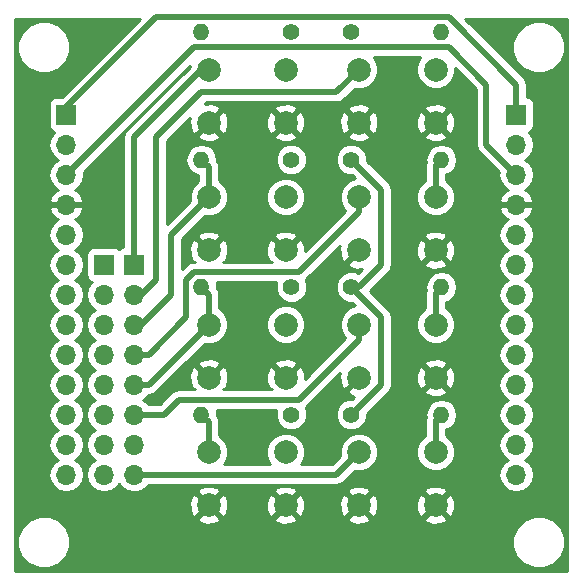
<source format=gbr>
G04 #@! TF.FileFunction,Copper,L2,Bot,Signal*
%FSLAX46Y46*%
G04 Gerber Fmt 4.6, Leading zero omitted, Abs format (unit mm)*
G04 Created by KiCad (PCBNEW 4.0.7+dfsg1-1~bpo9+1) date Mon Apr  2 19:59:58 2018*
%MOMM*%
%LPD*%
G01*
G04 APERTURE LIST*
%ADD10C,0.100000*%
%ADD11R,1.700000X1.700000*%
%ADD12O,1.700000X1.700000*%
%ADD13C,1.400000*%
%ADD14O,1.400000X1.400000*%
%ADD15C,2.000000*%
%ADD16C,0.500000*%
%ADD17C,0.250000*%
%ADD18C,0.254000*%
G04 APERTURE END LIST*
D10*
D11*
X168275000Y-92075000D03*
D12*
X168275000Y-94615000D03*
X168275000Y-97155000D03*
X168275000Y-99695000D03*
X168275000Y-102235000D03*
X168275000Y-104775000D03*
X168275000Y-107315000D03*
X168275000Y-109855000D03*
X168275000Y-112395000D03*
X168275000Y-114935000D03*
X168275000Y-117475000D03*
X168275000Y-120015000D03*
X168275000Y-122555000D03*
D11*
X130175000Y-92075000D03*
D12*
X130175000Y-94615000D03*
X130175000Y-97155000D03*
X130175000Y-99695000D03*
X130175000Y-102235000D03*
X130175000Y-104775000D03*
X130175000Y-107315000D03*
X130175000Y-109855000D03*
X130175000Y-112395000D03*
X130175000Y-114935000D03*
X130175000Y-117475000D03*
X130175000Y-120015000D03*
X130175000Y-122555000D03*
D11*
X133350000Y-104775000D03*
D12*
X133350000Y-107315000D03*
X133350000Y-109855000D03*
X133350000Y-112395000D03*
X133350000Y-114935000D03*
X133350000Y-117475000D03*
X133350000Y-120015000D03*
X133350000Y-122555000D03*
D11*
X135890000Y-104775000D03*
D12*
X135890000Y-107315000D03*
X135890000Y-109855000D03*
X135890000Y-112395000D03*
X135890000Y-114935000D03*
X135890000Y-117475000D03*
X135890000Y-120015000D03*
X135890000Y-122555000D03*
D13*
X149225000Y-85090000D03*
D14*
X141605000Y-85090000D03*
D13*
X154305000Y-85090000D03*
D14*
X161925000Y-85090000D03*
D13*
X149225000Y-95885000D03*
D14*
X141605000Y-95885000D03*
D13*
X154305000Y-95885000D03*
D14*
X161925000Y-95885000D03*
D13*
X149225000Y-106680000D03*
D14*
X141605000Y-106680000D03*
D13*
X154305000Y-106680000D03*
D14*
X161925000Y-106680000D03*
D13*
X149225000Y-117475000D03*
D14*
X141605000Y-117475000D03*
D13*
X154305000Y-117475000D03*
D14*
X161925000Y-117475000D03*
D15*
X142240000Y-92765000D03*
X142240000Y-88265000D03*
X148740000Y-92765000D03*
X148740000Y-88265000D03*
X154940000Y-92765000D03*
X154940000Y-88265000D03*
X161440000Y-92765000D03*
X161440000Y-88265000D03*
X142240000Y-103560000D03*
X142240000Y-99060000D03*
X148740000Y-103560000D03*
X148740000Y-99060000D03*
X154940000Y-103560000D03*
X154940000Y-99060000D03*
X161440000Y-103560000D03*
X161440000Y-99060000D03*
X142240000Y-114355000D03*
X142240000Y-109855000D03*
X148740000Y-114355000D03*
X148740000Y-109855000D03*
X154940000Y-114355000D03*
X154940000Y-109855000D03*
X161440000Y-114355000D03*
X161440000Y-109855000D03*
X142240000Y-125150000D03*
X142240000Y-120650000D03*
X148740000Y-125150000D03*
X148740000Y-120650000D03*
X154940000Y-125150000D03*
X154940000Y-120650000D03*
X161440000Y-125150000D03*
X161440000Y-120650000D03*
D16*
X130175000Y-91440000D02*
X137795000Y-83820000D01*
X130175000Y-92075000D02*
X130175000Y-91440000D01*
X137795000Y-83820000D02*
X162560000Y-83820000D01*
X162560000Y-83820000D02*
X168275000Y-89535000D01*
X168275000Y-89535000D02*
X168275000Y-92075000D01*
X156845000Y-109220000D02*
X156845000Y-114935000D01*
X154305000Y-106680000D02*
X156845000Y-109220000D01*
X156845000Y-114935000D02*
X154305000Y-117475000D01*
X154305000Y-95885000D02*
X156845000Y-98425000D01*
X156845000Y-98425000D02*
X156845000Y-104775000D01*
X156845000Y-104775000D02*
X154940000Y-106680000D01*
X154940000Y-106680000D02*
X154305000Y-106680000D01*
D17*
X154305000Y-106680000D02*
X154940000Y-106680000D01*
D16*
X130175000Y-97155000D02*
X140970000Y-86360000D01*
X140970000Y-86360000D02*
X162560000Y-86360000D01*
X162560000Y-86360000D02*
X165735000Y-89535000D01*
X165735000Y-89535000D02*
X165735000Y-94615000D01*
X165735000Y-94615000D02*
X168275000Y-97155000D01*
X142240000Y-114355000D02*
X142240000Y-114935000D01*
D17*
X142240000Y-114355000D02*
X142185000Y-114355000D01*
D16*
X135890000Y-104775000D02*
X135890000Y-93980000D01*
X135890000Y-93980000D02*
X141605000Y-88265000D01*
X141605000Y-88265000D02*
X142240000Y-88265000D01*
X141605000Y-90170000D02*
X153035000Y-90170000D01*
X153035000Y-90170000D02*
X154940000Y-88265000D01*
X135890000Y-107315000D02*
X136525000Y-107315000D01*
X136525000Y-107315000D02*
X137795000Y-106045000D01*
X137795000Y-93980000D02*
X141605000Y-90170000D01*
X137795000Y-106045000D02*
X137795000Y-93980000D01*
D17*
X154940000Y-88265000D02*
X154305000Y-88265000D01*
D16*
X135890000Y-109855000D02*
X136525000Y-109855000D01*
X136525000Y-109855000D02*
X139065000Y-107315000D01*
X139065000Y-107315000D02*
X139065000Y-102235000D01*
X139065000Y-102235000D02*
X142240000Y-99060000D01*
X142240000Y-99060000D02*
X142240000Y-96520000D01*
X142240000Y-96520000D02*
X141605000Y-95885000D01*
D17*
X142240000Y-96520000D02*
X141605000Y-95885000D01*
D16*
X161440000Y-99060000D02*
X161440000Y-96370000D01*
X161440000Y-96370000D02*
X161925000Y-95885000D01*
X137160000Y-112395000D02*
X140335000Y-109220000D01*
X140335000Y-109220000D02*
X140335000Y-106045000D01*
X135890000Y-112395000D02*
X137160000Y-112395000D01*
X140335000Y-106045000D02*
X140970000Y-105410000D01*
X140970000Y-105410000D02*
X149860000Y-105410000D01*
X149860000Y-105410000D02*
X154940000Y-100330000D01*
X154940000Y-100330000D02*
X154940000Y-99060000D01*
D17*
X135890000Y-112395000D02*
X136525000Y-112395000D01*
X154940000Y-99695000D02*
X154940000Y-99060000D01*
X161440000Y-96370000D02*
X161925000Y-95885000D01*
D16*
X142240000Y-109855000D02*
X142240000Y-107315000D01*
X142240000Y-107315000D02*
X141605000Y-106680000D01*
X135890000Y-114935000D02*
X137160000Y-114935000D01*
X137160000Y-114935000D02*
X142240000Y-109855000D01*
X161440000Y-109855000D02*
X161440000Y-107165000D01*
X161440000Y-107165000D02*
X161925000Y-106680000D01*
X135890000Y-117475000D02*
X138430000Y-117475000D01*
X154940000Y-111125000D02*
X154940000Y-109855000D01*
X149860000Y-116205000D02*
X154940000Y-111125000D01*
X139700000Y-116205000D02*
X149860000Y-116205000D01*
X138430000Y-117475000D02*
X139700000Y-116205000D01*
D17*
X161440000Y-107165000D02*
X161925000Y-106680000D01*
D16*
X142240000Y-120650000D02*
X142240000Y-118110000D01*
X142240000Y-118110000D02*
X141605000Y-117475000D01*
D17*
X141605000Y-120015000D02*
X142240000Y-120650000D01*
D16*
X161440000Y-120650000D02*
X161440000Y-117960000D01*
X161440000Y-117960000D02*
X161925000Y-117475000D01*
X153035000Y-122555000D02*
X154940000Y-120650000D01*
X136525000Y-122555000D02*
X153035000Y-122555000D01*
X135890000Y-122555000D02*
X136525000Y-122555000D01*
D17*
X154940000Y-121285000D02*
X154940000Y-120650000D01*
D18*
G36*
X129785860Y-90577560D02*
X129325000Y-90577560D01*
X129089683Y-90621838D01*
X128873559Y-90760910D01*
X128728569Y-90973110D01*
X128677560Y-91225000D01*
X128677560Y-92925000D01*
X128721838Y-93160317D01*
X128860910Y-93376441D01*
X129073110Y-93521431D01*
X129140541Y-93535086D01*
X129095853Y-93564946D01*
X128773946Y-94046715D01*
X128660907Y-94615000D01*
X128773946Y-95183285D01*
X129095853Y-95665054D01*
X129425026Y-95885000D01*
X129095853Y-96104946D01*
X128773946Y-96586715D01*
X128660907Y-97155000D01*
X128773946Y-97723285D01*
X129095853Y-98205054D01*
X129436553Y-98432702D01*
X129293642Y-98499817D01*
X128903355Y-98928076D01*
X128733524Y-99338110D01*
X128854845Y-99568000D01*
X130048000Y-99568000D01*
X130048000Y-99548000D01*
X130302000Y-99548000D01*
X130302000Y-99568000D01*
X131495155Y-99568000D01*
X131616476Y-99338110D01*
X131446645Y-98928076D01*
X131056358Y-98499817D01*
X130913447Y-98432702D01*
X131254147Y-98205054D01*
X131576054Y-97723285D01*
X131689093Y-97155000D01*
X131645539Y-96936041D01*
X140605251Y-87976328D01*
X140605219Y-88013202D01*
X135264210Y-93354210D01*
X135072367Y-93641325D01*
X135072367Y-93641326D01*
X135004999Y-93980000D01*
X135005000Y-93980005D01*
X135005000Y-103284146D01*
X134804683Y-103321838D01*
X134617923Y-103442015D01*
X134451890Y-103328569D01*
X134200000Y-103277560D01*
X132500000Y-103277560D01*
X132264683Y-103321838D01*
X132048559Y-103460910D01*
X131903569Y-103673110D01*
X131852560Y-103925000D01*
X131852560Y-105625000D01*
X131896838Y-105860317D01*
X132035910Y-106076441D01*
X132248110Y-106221431D01*
X132315541Y-106235086D01*
X132270853Y-106264946D01*
X131948946Y-106746715D01*
X131835907Y-107315000D01*
X131948946Y-107883285D01*
X132270853Y-108365054D01*
X132600026Y-108585000D01*
X132270853Y-108804946D01*
X131948946Y-109286715D01*
X131835907Y-109855000D01*
X131948946Y-110423285D01*
X132270853Y-110905054D01*
X132600026Y-111125000D01*
X132270853Y-111344946D01*
X131948946Y-111826715D01*
X131835907Y-112395000D01*
X131948946Y-112963285D01*
X132270853Y-113445054D01*
X132600026Y-113665000D01*
X132270853Y-113884946D01*
X131948946Y-114366715D01*
X131835907Y-114935000D01*
X131948946Y-115503285D01*
X132270853Y-115985054D01*
X132600026Y-116205000D01*
X132270853Y-116424946D01*
X131948946Y-116906715D01*
X131835907Y-117475000D01*
X131948946Y-118043285D01*
X132270853Y-118525054D01*
X132600026Y-118745000D01*
X132270853Y-118964946D01*
X131948946Y-119446715D01*
X131835907Y-120015000D01*
X131948946Y-120583285D01*
X132270853Y-121065054D01*
X132600026Y-121285000D01*
X132270853Y-121504946D01*
X131948946Y-121986715D01*
X131835907Y-122555000D01*
X131948946Y-123123285D01*
X132270853Y-123605054D01*
X132752622Y-123926961D01*
X133320907Y-124040000D01*
X133379093Y-124040000D01*
X133947378Y-123926961D01*
X134429147Y-123605054D01*
X134620000Y-123319422D01*
X134810853Y-123605054D01*
X135292622Y-123926961D01*
X135860907Y-124040000D01*
X135919093Y-124040000D01*
X136132915Y-123997468D01*
X141267073Y-123997468D01*
X142240000Y-124970395D01*
X143212927Y-123997468D01*
X147767073Y-123997468D01*
X148740000Y-124970395D01*
X149712927Y-123997468D01*
X153967073Y-123997468D01*
X154940000Y-124970395D01*
X155912927Y-123997468D01*
X160467073Y-123997468D01*
X161440000Y-124970395D01*
X162412927Y-123997468D01*
X162314264Y-123730613D01*
X161704539Y-123504092D01*
X161054540Y-123528144D01*
X160565736Y-123730613D01*
X160467073Y-123997468D01*
X155912927Y-123997468D01*
X155814264Y-123730613D01*
X155204539Y-123504092D01*
X154554540Y-123528144D01*
X154065736Y-123730613D01*
X153967073Y-123997468D01*
X149712927Y-123997468D01*
X149614264Y-123730613D01*
X149004539Y-123504092D01*
X148354540Y-123528144D01*
X147865736Y-123730613D01*
X147767073Y-123997468D01*
X143212927Y-123997468D01*
X143114264Y-123730613D01*
X142504539Y-123504092D01*
X141854540Y-123528144D01*
X141365736Y-123730613D01*
X141267073Y-123997468D01*
X136132915Y-123997468D01*
X136487378Y-123926961D01*
X136969147Y-123605054D01*
X137079432Y-123440000D01*
X153034995Y-123440000D01*
X153035000Y-123440001D01*
X153317484Y-123383810D01*
X153373675Y-123372633D01*
X153660790Y-123180790D01*
X154573437Y-122268142D01*
X154613352Y-122284716D01*
X155263795Y-122285284D01*
X155864943Y-122036894D01*
X156325278Y-121577363D01*
X156574716Y-120976648D01*
X156574718Y-120973795D01*
X159804716Y-120973795D01*
X160053106Y-121574943D01*
X160512637Y-122035278D01*
X161113352Y-122284716D01*
X161763795Y-122285284D01*
X162364943Y-122036894D01*
X162825278Y-121577363D01*
X163074716Y-120976648D01*
X163075284Y-120326205D01*
X162826894Y-119725057D01*
X162367363Y-119264722D01*
X162325000Y-119247131D01*
X162325000Y-118735637D01*
X162462036Y-118708379D01*
X162895142Y-118418988D01*
X163184533Y-117985882D01*
X163286154Y-117475000D01*
X163184533Y-116964118D01*
X162895142Y-116531012D01*
X162462036Y-116241621D01*
X161951154Y-116140000D01*
X161898846Y-116140000D01*
X161387964Y-116241621D01*
X160954858Y-116531012D01*
X160665467Y-116964118D01*
X160563846Y-117475000D01*
X160607659Y-117695264D01*
X160554999Y-117960000D01*
X160555000Y-117960005D01*
X160555000Y-119246602D01*
X160515057Y-119263106D01*
X160054722Y-119722637D01*
X159805284Y-120323352D01*
X159804716Y-120973795D01*
X156574718Y-120973795D01*
X156575284Y-120326205D01*
X156326894Y-119725057D01*
X155867363Y-119264722D01*
X155266648Y-119015284D01*
X154616205Y-119014716D01*
X154015057Y-119263106D01*
X153554722Y-119722637D01*
X153305284Y-120323352D01*
X153304716Y-120973795D01*
X153322232Y-121016188D01*
X152668420Y-121670000D01*
X150032479Y-121670000D01*
X150125278Y-121577363D01*
X150374716Y-120976648D01*
X150375284Y-120326205D01*
X150126894Y-119725057D01*
X149667363Y-119264722D01*
X149066648Y-119015284D01*
X148416205Y-119014716D01*
X147815057Y-119263106D01*
X147354722Y-119722637D01*
X147105284Y-120323352D01*
X147104716Y-120973795D01*
X147353106Y-121574943D01*
X147447997Y-121670000D01*
X143532479Y-121670000D01*
X143625278Y-121577363D01*
X143874716Y-120976648D01*
X143875284Y-120326205D01*
X143626894Y-119725057D01*
X143167363Y-119264722D01*
X143125000Y-119247131D01*
X143125000Y-118110005D01*
X143125001Y-118110000D01*
X143057634Y-117771326D01*
X142957407Y-117621325D01*
X142941718Y-117597846D01*
X142966154Y-117475000D01*
X142889573Y-117090000D01*
X147939349Y-117090000D01*
X147890232Y-117208287D01*
X147889769Y-117739383D01*
X148092582Y-118230229D01*
X148467796Y-118606098D01*
X148958287Y-118809768D01*
X149489383Y-118810231D01*
X149980229Y-118607418D01*
X150356098Y-118232204D01*
X150559768Y-117741713D01*
X150560231Y-117210617D01*
X150421139Y-116873988D01*
X150485790Y-116830790D01*
X153334273Y-113982307D01*
X153294092Y-114090461D01*
X153318144Y-114740460D01*
X153520613Y-115229264D01*
X153787468Y-115327927D01*
X154760395Y-114355000D01*
X154746253Y-114340858D01*
X154925858Y-114161253D01*
X154940000Y-114175395D01*
X154954143Y-114161253D01*
X155133748Y-114340858D01*
X155119605Y-114355000D01*
X155133748Y-114369143D01*
X154954143Y-114548748D01*
X154940000Y-114534605D01*
X153967073Y-115507532D01*
X154065736Y-115774387D01*
X154567588Y-115960832D01*
X154388348Y-116140072D01*
X154040617Y-116139769D01*
X153549771Y-116342582D01*
X153173902Y-116717796D01*
X152970232Y-117208287D01*
X152969769Y-117739383D01*
X153172582Y-118230229D01*
X153547796Y-118606098D01*
X154038287Y-118809768D01*
X154569383Y-118810231D01*
X155060229Y-118607418D01*
X155436098Y-118232204D01*
X155639768Y-117741713D01*
X155640073Y-117391506D01*
X157470787Y-115560792D01*
X157470790Y-115560790D01*
X157506375Y-115507532D01*
X160467073Y-115507532D01*
X160565736Y-115774387D01*
X161175461Y-116000908D01*
X161825460Y-115976856D01*
X162314264Y-115774387D01*
X162412927Y-115507532D01*
X161440000Y-114534605D01*
X160467073Y-115507532D01*
X157506375Y-115507532D01*
X157662633Y-115273675D01*
X157730000Y-114935000D01*
X157730000Y-114090461D01*
X159794092Y-114090461D01*
X159818144Y-114740460D01*
X160020613Y-115229264D01*
X160287468Y-115327927D01*
X161260395Y-114355000D01*
X161619605Y-114355000D01*
X162592532Y-115327927D01*
X162859387Y-115229264D01*
X163085908Y-114619539D01*
X163061856Y-113969540D01*
X162859387Y-113480736D01*
X162592532Y-113382073D01*
X161619605Y-114355000D01*
X161260395Y-114355000D01*
X160287468Y-113382073D01*
X160020613Y-113480736D01*
X159794092Y-114090461D01*
X157730000Y-114090461D01*
X157730000Y-113202468D01*
X160467073Y-113202468D01*
X161440000Y-114175395D01*
X162412927Y-113202468D01*
X162314264Y-112935613D01*
X161704539Y-112709092D01*
X161054540Y-112733144D01*
X160565736Y-112935613D01*
X160467073Y-113202468D01*
X157730000Y-113202468D01*
X157730000Y-110178795D01*
X159804716Y-110178795D01*
X160053106Y-110779943D01*
X160512637Y-111240278D01*
X161113352Y-111489716D01*
X161763795Y-111490284D01*
X162364943Y-111241894D01*
X162825278Y-110782363D01*
X163074716Y-110181648D01*
X163075284Y-109531205D01*
X162826894Y-108930057D01*
X162367363Y-108469722D01*
X162325000Y-108452131D01*
X162325000Y-107940637D01*
X162462036Y-107913379D01*
X162895142Y-107623988D01*
X163184533Y-107190882D01*
X163286154Y-106680000D01*
X163184533Y-106169118D01*
X162895142Y-105736012D01*
X162462036Y-105446621D01*
X161951154Y-105345000D01*
X161898846Y-105345000D01*
X161387964Y-105446621D01*
X160954858Y-105736012D01*
X160665467Y-106169118D01*
X160563846Y-106680000D01*
X160607659Y-106900264D01*
X160554999Y-107165000D01*
X160555000Y-107165005D01*
X160555000Y-108451602D01*
X160515057Y-108468106D01*
X160054722Y-108927637D01*
X159805284Y-109528352D01*
X159804716Y-110178795D01*
X157730000Y-110178795D01*
X157730000Y-109220000D01*
X157662633Y-108881325D01*
X157470790Y-108594210D01*
X157470787Y-108594208D01*
X155874080Y-106997500D01*
X157470787Y-105400792D01*
X157470790Y-105400790D01*
X157662633Y-105113675D01*
X157689345Y-104979387D01*
X157730001Y-104775000D01*
X157730000Y-104774995D01*
X157730000Y-104712532D01*
X160467073Y-104712532D01*
X160565736Y-104979387D01*
X161175461Y-105205908D01*
X161825460Y-105181856D01*
X162314264Y-104979387D01*
X162412927Y-104712532D01*
X161440000Y-103739605D01*
X160467073Y-104712532D01*
X157730000Y-104712532D01*
X157730000Y-103295461D01*
X159794092Y-103295461D01*
X159818144Y-103945460D01*
X160020613Y-104434264D01*
X160287468Y-104532927D01*
X161260395Y-103560000D01*
X161619605Y-103560000D01*
X162592532Y-104532927D01*
X162859387Y-104434264D01*
X163085908Y-103824539D01*
X163061856Y-103174540D01*
X162859387Y-102685736D01*
X162592532Y-102587073D01*
X161619605Y-103560000D01*
X161260395Y-103560000D01*
X160287468Y-102587073D01*
X160020613Y-102685736D01*
X159794092Y-103295461D01*
X157730000Y-103295461D01*
X157730000Y-102407468D01*
X160467073Y-102407468D01*
X161440000Y-103380395D01*
X162412927Y-102407468D01*
X162349162Y-102235000D01*
X166760907Y-102235000D01*
X166873946Y-102803285D01*
X167195853Y-103285054D01*
X167525026Y-103505000D01*
X167195853Y-103724946D01*
X166873946Y-104206715D01*
X166760907Y-104775000D01*
X166873946Y-105343285D01*
X167195853Y-105825054D01*
X167525026Y-106045000D01*
X167195853Y-106264946D01*
X166873946Y-106746715D01*
X166760907Y-107315000D01*
X166873946Y-107883285D01*
X167195853Y-108365054D01*
X167525026Y-108585000D01*
X167195853Y-108804946D01*
X166873946Y-109286715D01*
X166760907Y-109855000D01*
X166873946Y-110423285D01*
X167195853Y-110905054D01*
X167525026Y-111125000D01*
X167195853Y-111344946D01*
X166873946Y-111826715D01*
X166760907Y-112395000D01*
X166873946Y-112963285D01*
X167195853Y-113445054D01*
X167525026Y-113665000D01*
X167195853Y-113884946D01*
X166873946Y-114366715D01*
X166760907Y-114935000D01*
X166873946Y-115503285D01*
X167195853Y-115985054D01*
X167525026Y-116205000D01*
X167195853Y-116424946D01*
X166873946Y-116906715D01*
X166760907Y-117475000D01*
X166873946Y-118043285D01*
X167195853Y-118525054D01*
X167525026Y-118745000D01*
X167195853Y-118964946D01*
X166873946Y-119446715D01*
X166760907Y-120015000D01*
X166873946Y-120583285D01*
X167195853Y-121065054D01*
X167525026Y-121285000D01*
X167195853Y-121504946D01*
X166873946Y-121986715D01*
X166760907Y-122555000D01*
X166873946Y-123123285D01*
X167195853Y-123605054D01*
X167677622Y-123926961D01*
X168245907Y-124040000D01*
X168304093Y-124040000D01*
X168872378Y-123926961D01*
X169354147Y-123605054D01*
X169676054Y-123123285D01*
X169789093Y-122555000D01*
X169676054Y-121986715D01*
X169354147Y-121504946D01*
X169024974Y-121285000D01*
X169354147Y-121065054D01*
X169676054Y-120583285D01*
X169789093Y-120015000D01*
X169676054Y-119446715D01*
X169354147Y-118964946D01*
X169024974Y-118745000D01*
X169354147Y-118525054D01*
X169676054Y-118043285D01*
X169789093Y-117475000D01*
X169676054Y-116906715D01*
X169354147Y-116424946D01*
X169024974Y-116205000D01*
X169354147Y-115985054D01*
X169676054Y-115503285D01*
X169789093Y-114935000D01*
X169676054Y-114366715D01*
X169354147Y-113884946D01*
X169024974Y-113665000D01*
X169354147Y-113445054D01*
X169676054Y-112963285D01*
X169789093Y-112395000D01*
X169676054Y-111826715D01*
X169354147Y-111344946D01*
X169024974Y-111125000D01*
X169354147Y-110905054D01*
X169676054Y-110423285D01*
X169789093Y-109855000D01*
X169676054Y-109286715D01*
X169354147Y-108804946D01*
X169024974Y-108585000D01*
X169354147Y-108365054D01*
X169676054Y-107883285D01*
X169789093Y-107315000D01*
X169676054Y-106746715D01*
X169354147Y-106264946D01*
X169024974Y-106045000D01*
X169354147Y-105825054D01*
X169676054Y-105343285D01*
X169789093Y-104775000D01*
X169676054Y-104206715D01*
X169354147Y-103724946D01*
X169024974Y-103505000D01*
X169354147Y-103285054D01*
X169676054Y-102803285D01*
X169789093Y-102235000D01*
X169676054Y-101666715D01*
X169354147Y-101184946D01*
X169013447Y-100957298D01*
X169156358Y-100890183D01*
X169546645Y-100461924D01*
X169716476Y-100051890D01*
X169595155Y-99822000D01*
X168402000Y-99822000D01*
X168402000Y-99842000D01*
X168148000Y-99842000D01*
X168148000Y-99822000D01*
X166954845Y-99822000D01*
X166833524Y-100051890D01*
X167003355Y-100461924D01*
X167393642Y-100890183D01*
X167536553Y-100957298D01*
X167195853Y-101184946D01*
X166873946Y-101666715D01*
X166760907Y-102235000D01*
X162349162Y-102235000D01*
X162314264Y-102140613D01*
X161704539Y-101914092D01*
X161054540Y-101938144D01*
X160565736Y-102140613D01*
X160467073Y-102407468D01*
X157730000Y-102407468D01*
X157730000Y-99383795D01*
X159804716Y-99383795D01*
X160053106Y-99984943D01*
X160512637Y-100445278D01*
X161113352Y-100694716D01*
X161763795Y-100695284D01*
X162364943Y-100446894D01*
X162825278Y-99987363D01*
X163074716Y-99386648D01*
X163075284Y-98736205D01*
X162826894Y-98135057D01*
X162367363Y-97674722D01*
X162325000Y-97657131D01*
X162325000Y-97145637D01*
X162462036Y-97118379D01*
X162895142Y-96828988D01*
X163184533Y-96395882D01*
X163286154Y-95885000D01*
X163184533Y-95374118D01*
X162895142Y-94941012D01*
X162462036Y-94651621D01*
X161951154Y-94550000D01*
X161898846Y-94550000D01*
X161387964Y-94651621D01*
X160954858Y-94941012D01*
X160665467Y-95374118D01*
X160563846Y-95885000D01*
X160607659Y-96105264D01*
X160554999Y-96370000D01*
X160555000Y-96370005D01*
X160555000Y-97656602D01*
X160515057Y-97673106D01*
X160054722Y-98132637D01*
X159805284Y-98733352D01*
X159804716Y-99383795D01*
X157730000Y-99383795D01*
X157730000Y-98425000D01*
X157662633Y-98086325D01*
X157470790Y-97799210D01*
X157470787Y-97799208D01*
X155639928Y-95968348D01*
X155640231Y-95620617D01*
X155437418Y-95129771D01*
X155062204Y-94753902D01*
X154571713Y-94550232D01*
X154040617Y-94549769D01*
X153549771Y-94752582D01*
X153173902Y-95127796D01*
X152970232Y-95618287D01*
X152969769Y-96149383D01*
X153172582Y-96640229D01*
X153547796Y-97016098D01*
X154038287Y-97219768D01*
X154388494Y-97220073D01*
X154599881Y-97431461D01*
X154015057Y-97673106D01*
X153554722Y-98132637D01*
X153305284Y-98733352D01*
X153304716Y-99383795D01*
X153553106Y-99984943D01*
X153793082Y-100225339D01*
X150379056Y-103639364D01*
X150361856Y-103174540D01*
X150159387Y-102685736D01*
X149892532Y-102587073D01*
X148919605Y-103560000D01*
X148933748Y-103574143D01*
X148754143Y-103753748D01*
X148740000Y-103739605D01*
X148725858Y-103753748D01*
X148546253Y-103574143D01*
X148560395Y-103560000D01*
X147587468Y-102587073D01*
X147320613Y-102685736D01*
X147094092Y-103295461D01*
X147118144Y-103945460D01*
X147320613Y-104434264D01*
X147566028Y-104525000D01*
X143413972Y-104525000D01*
X143659387Y-104434264D01*
X143885908Y-103824539D01*
X143861856Y-103174540D01*
X143659387Y-102685736D01*
X143392532Y-102587073D01*
X142419605Y-103560000D01*
X142433748Y-103574143D01*
X142254143Y-103753748D01*
X142240000Y-103739605D01*
X142225858Y-103753748D01*
X142046253Y-103574143D01*
X142060395Y-103560000D01*
X141087468Y-102587073D01*
X140820613Y-102685736D01*
X140594092Y-103295461D01*
X140618144Y-103945460D01*
X140820613Y-104434264D01*
X141066028Y-104525000D01*
X140970005Y-104525000D01*
X140970000Y-104524999D01*
X140631326Y-104592366D01*
X140631324Y-104592367D01*
X140631325Y-104592367D01*
X140344210Y-104784210D01*
X140344208Y-104784213D01*
X139950000Y-105178420D01*
X139950000Y-102601580D01*
X140144111Y-102407468D01*
X141267073Y-102407468D01*
X142240000Y-103380395D01*
X143212927Y-102407468D01*
X147767073Y-102407468D01*
X148740000Y-103380395D01*
X149712927Y-102407468D01*
X149614264Y-102140613D01*
X149004539Y-101914092D01*
X148354540Y-101938144D01*
X147865736Y-102140613D01*
X147767073Y-102407468D01*
X143212927Y-102407468D01*
X143114264Y-102140613D01*
X142504539Y-101914092D01*
X141854540Y-101938144D01*
X141365736Y-102140613D01*
X141267073Y-102407468D01*
X140144111Y-102407468D01*
X141873437Y-100678142D01*
X141913352Y-100694716D01*
X142563795Y-100695284D01*
X143164943Y-100446894D01*
X143625278Y-99987363D01*
X143874716Y-99386648D01*
X143874718Y-99383795D01*
X147104716Y-99383795D01*
X147353106Y-99984943D01*
X147812637Y-100445278D01*
X148413352Y-100694716D01*
X149063795Y-100695284D01*
X149664943Y-100446894D01*
X150125278Y-99987363D01*
X150374716Y-99386648D01*
X150375284Y-98736205D01*
X150126894Y-98135057D01*
X149667363Y-97674722D01*
X149066648Y-97425284D01*
X148416205Y-97424716D01*
X147815057Y-97673106D01*
X147354722Y-98132637D01*
X147105284Y-98733352D01*
X147104716Y-99383795D01*
X143874718Y-99383795D01*
X143875284Y-98736205D01*
X143626894Y-98135057D01*
X143167363Y-97674722D01*
X143125000Y-97657131D01*
X143125000Y-96520005D01*
X143125001Y-96520000D01*
X143057634Y-96181326D01*
X143036291Y-96149383D01*
X147889769Y-96149383D01*
X148092582Y-96640229D01*
X148467796Y-97016098D01*
X148958287Y-97219768D01*
X149489383Y-97220231D01*
X149980229Y-97017418D01*
X150356098Y-96642204D01*
X150559768Y-96151713D01*
X150560231Y-95620617D01*
X150357418Y-95129771D01*
X149982204Y-94753902D01*
X149491713Y-94550232D01*
X148960617Y-94549769D01*
X148469771Y-94752582D01*
X148093902Y-95127796D01*
X147890232Y-95618287D01*
X147889769Y-96149383D01*
X143036291Y-96149383D01*
X142941718Y-96007846D01*
X142966154Y-95885000D01*
X142864533Y-95374118D01*
X142575142Y-94941012D01*
X142142036Y-94651621D01*
X141631154Y-94550000D01*
X141578846Y-94550000D01*
X141067964Y-94651621D01*
X140634858Y-94941012D01*
X140345467Y-95374118D01*
X140243846Y-95885000D01*
X140345467Y-96395882D01*
X140634858Y-96828988D01*
X141067964Y-97118379D01*
X141355000Y-97175474D01*
X141355000Y-97656602D01*
X141315057Y-97673106D01*
X140854722Y-98132637D01*
X140605284Y-98733352D01*
X140604716Y-99383795D01*
X140622233Y-99426188D01*
X138680000Y-101368420D01*
X138680000Y-94346580D01*
X139109048Y-93917532D01*
X141267073Y-93917532D01*
X141365736Y-94184387D01*
X141975461Y-94410908D01*
X142625460Y-94386856D01*
X143114264Y-94184387D01*
X143212927Y-93917532D01*
X147767073Y-93917532D01*
X147865736Y-94184387D01*
X148475461Y-94410908D01*
X149125460Y-94386856D01*
X149614264Y-94184387D01*
X149712927Y-93917532D01*
X153967073Y-93917532D01*
X154065736Y-94184387D01*
X154675461Y-94410908D01*
X155325460Y-94386856D01*
X155814264Y-94184387D01*
X155912927Y-93917532D01*
X160467073Y-93917532D01*
X160565736Y-94184387D01*
X161175461Y-94410908D01*
X161825460Y-94386856D01*
X162314264Y-94184387D01*
X162412927Y-93917532D01*
X161440000Y-92944605D01*
X160467073Y-93917532D01*
X155912927Y-93917532D01*
X154940000Y-92944605D01*
X153967073Y-93917532D01*
X149712927Y-93917532D01*
X148740000Y-92944605D01*
X147767073Y-93917532D01*
X143212927Y-93917532D01*
X142240000Y-92944605D01*
X141267073Y-93917532D01*
X139109048Y-93917532D01*
X140634273Y-92392307D01*
X140594092Y-92500461D01*
X140618144Y-93150460D01*
X140820613Y-93639264D01*
X141087468Y-93737927D01*
X142060395Y-92765000D01*
X142419605Y-92765000D01*
X143392532Y-93737927D01*
X143659387Y-93639264D01*
X143885908Y-93029539D01*
X143866331Y-92500461D01*
X147094092Y-92500461D01*
X147118144Y-93150460D01*
X147320613Y-93639264D01*
X147587468Y-93737927D01*
X148560395Y-92765000D01*
X148919605Y-92765000D01*
X149892532Y-93737927D01*
X150159387Y-93639264D01*
X150385908Y-93029539D01*
X150366331Y-92500461D01*
X153294092Y-92500461D01*
X153318144Y-93150460D01*
X153520613Y-93639264D01*
X153787468Y-93737927D01*
X154760395Y-92765000D01*
X155119605Y-92765000D01*
X156092532Y-93737927D01*
X156359387Y-93639264D01*
X156585908Y-93029539D01*
X156566331Y-92500461D01*
X159794092Y-92500461D01*
X159818144Y-93150460D01*
X160020613Y-93639264D01*
X160287468Y-93737927D01*
X161260395Y-92765000D01*
X161619605Y-92765000D01*
X162592532Y-93737927D01*
X162859387Y-93639264D01*
X163085908Y-93029539D01*
X163061856Y-92379540D01*
X162859387Y-91890736D01*
X162592532Y-91792073D01*
X161619605Y-92765000D01*
X161260395Y-92765000D01*
X160287468Y-91792073D01*
X160020613Y-91890736D01*
X159794092Y-92500461D01*
X156566331Y-92500461D01*
X156561856Y-92379540D01*
X156359387Y-91890736D01*
X156092532Y-91792073D01*
X155119605Y-92765000D01*
X154760395Y-92765000D01*
X153787468Y-91792073D01*
X153520613Y-91890736D01*
X153294092Y-92500461D01*
X150366331Y-92500461D01*
X150361856Y-92379540D01*
X150159387Y-91890736D01*
X149892532Y-91792073D01*
X148919605Y-92765000D01*
X148560395Y-92765000D01*
X147587468Y-91792073D01*
X147320613Y-91890736D01*
X147094092Y-92500461D01*
X143866331Y-92500461D01*
X143861856Y-92379540D01*
X143659387Y-91890736D01*
X143392532Y-91792073D01*
X142419605Y-92765000D01*
X142060395Y-92765000D01*
X142046253Y-92750858D01*
X142225858Y-92571253D01*
X142240000Y-92585395D01*
X143212927Y-91612468D01*
X147767073Y-91612468D01*
X148740000Y-92585395D01*
X149712927Y-91612468D01*
X153967073Y-91612468D01*
X154940000Y-92585395D01*
X155912927Y-91612468D01*
X160467073Y-91612468D01*
X161440000Y-92585395D01*
X162412927Y-91612468D01*
X162314264Y-91345613D01*
X161704539Y-91119092D01*
X161054540Y-91143144D01*
X160565736Y-91345613D01*
X160467073Y-91612468D01*
X155912927Y-91612468D01*
X155814264Y-91345613D01*
X155204539Y-91119092D01*
X154554540Y-91143144D01*
X154065736Y-91345613D01*
X153967073Y-91612468D01*
X149712927Y-91612468D01*
X149614264Y-91345613D01*
X149004539Y-91119092D01*
X148354540Y-91143144D01*
X147865736Y-91345613D01*
X147767073Y-91612468D01*
X143212927Y-91612468D01*
X143114264Y-91345613D01*
X142504539Y-91119092D01*
X141884545Y-91142034D01*
X141971579Y-91055000D01*
X153034995Y-91055000D01*
X153035000Y-91055001D01*
X153317484Y-90998810D01*
X153373675Y-90987633D01*
X153660790Y-90795790D01*
X153660791Y-90795789D01*
X154573437Y-89883142D01*
X154613352Y-89899716D01*
X155263795Y-89900284D01*
X155864943Y-89651894D01*
X156325278Y-89192363D01*
X156574716Y-88591648D01*
X156575284Y-87941205D01*
X156326894Y-87340057D01*
X156232003Y-87245000D01*
X160147521Y-87245000D01*
X160054722Y-87337637D01*
X159805284Y-87938352D01*
X159804716Y-88588795D01*
X160053106Y-89189943D01*
X160512637Y-89650278D01*
X161113352Y-89899716D01*
X161763795Y-89900284D01*
X162364943Y-89651894D01*
X162825278Y-89192363D01*
X163074716Y-88591648D01*
X163075122Y-88126702D01*
X164850000Y-89901579D01*
X164850000Y-94614995D01*
X164849999Y-94615000D01*
X164906190Y-94897484D01*
X164917367Y-94953675D01*
X165035030Y-95129771D01*
X165109210Y-95240790D01*
X166804461Y-96936040D01*
X166760907Y-97155000D01*
X166873946Y-97723285D01*
X167195853Y-98205054D01*
X167536553Y-98432702D01*
X167393642Y-98499817D01*
X167003355Y-98928076D01*
X166833524Y-99338110D01*
X166954845Y-99568000D01*
X168148000Y-99568000D01*
X168148000Y-99548000D01*
X168402000Y-99548000D01*
X168402000Y-99568000D01*
X169595155Y-99568000D01*
X169716476Y-99338110D01*
X169546645Y-98928076D01*
X169156358Y-98499817D01*
X169013447Y-98432702D01*
X169354147Y-98205054D01*
X169676054Y-97723285D01*
X169789093Y-97155000D01*
X169676054Y-96586715D01*
X169354147Y-96104946D01*
X169024974Y-95885000D01*
X169354147Y-95665054D01*
X169676054Y-95183285D01*
X169789093Y-94615000D01*
X169676054Y-94046715D01*
X169354147Y-93564946D01*
X169312548Y-93537150D01*
X169360317Y-93528162D01*
X169576441Y-93389090D01*
X169721431Y-93176890D01*
X169772440Y-92925000D01*
X169772440Y-91225000D01*
X169728162Y-90989683D01*
X169589090Y-90773559D01*
X169376890Y-90628569D01*
X169160000Y-90584648D01*
X169160000Y-89535005D01*
X169160001Y-89535000D01*
X169092634Y-89196326D01*
X168978158Y-89025000D01*
X168900790Y-88909210D01*
X168900787Y-88909208D01*
X166794199Y-86802619D01*
X167944613Y-86802619D01*
X168284155Y-87624372D01*
X168912321Y-88253636D01*
X169733481Y-88594611D01*
X170622619Y-88595387D01*
X171444372Y-88255845D01*
X172073636Y-87627679D01*
X172414611Y-86806519D01*
X172415387Y-85917381D01*
X172075845Y-85095628D01*
X171447679Y-84466364D01*
X170626519Y-84125389D01*
X169737381Y-84124613D01*
X168915628Y-84464155D01*
X168286364Y-85092321D01*
X167945389Y-85913481D01*
X167944613Y-86802619D01*
X166794199Y-86802619D01*
X163938580Y-83947000D01*
X172593000Y-83947000D01*
X172593000Y-130683000D01*
X125857000Y-130683000D01*
X125857000Y-128712619D01*
X126034613Y-128712619D01*
X126374155Y-129534372D01*
X127002321Y-130163636D01*
X127823481Y-130504611D01*
X128712619Y-130505387D01*
X129534372Y-130165845D01*
X130163636Y-129537679D01*
X130504611Y-128716519D01*
X130504614Y-128712619D01*
X167944613Y-128712619D01*
X168284155Y-129534372D01*
X168912321Y-130163636D01*
X169733481Y-130504611D01*
X170622619Y-130505387D01*
X171444372Y-130165845D01*
X172073636Y-129537679D01*
X172414611Y-128716519D01*
X172415387Y-127827381D01*
X172075845Y-127005628D01*
X171447679Y-126376364D01*
X170626519Y-126035389D01*
X169737381Y-126034613D01*
X168915628Y-126374155D01*
X168286364Y-127002321D01*
X167945389Y-127823481D01*
X167944613Y-128712619D01*
X130504614Y-128712619D01*
X130505387Y-127827381D01*
X130165845Y-127005628D01*
X129537679Y-126376364D01*
X129359872Y-126302532D01*
X141267073Y-126302532D01*
X141365736Y-126569387D01*
X141975461Y-126795908D01*
X142625460Y-126771856D01*
X143114264Y-126569387D01*
X143212927Y-126302532D01*
X147767073Y-126302532D01*
X147865736Y-126569387D01*
X148475461Y-126795908D01*
X149125460Y-126771856D01*
X149614264Y-126569387D01*
X149712927Y-126302532D01*
X153967073Y-126302532D01*
X154065736Y-126569387D01*
X154675461Y-126795908D01*
X155325460Y-126771856D01*
X155814264Y-126569387D01*
X155912927Y-126302532D01*
X160467073Y-126302532D01*
X160565736Y-126569387D01*
X161175461Y-126795908D01*
X161825460Y-126771856D01*
X162314264Y-126569387D01*
X162412927Y-126302532D01*
X161440000Y-125329605D01*
X160467073Y-126302532D01*
X155912927Y-126302532D01*
X154940000Y-125329605D01*
X153967073Y-126302532D01*
X149712927Y-126302532D01*
X148740000Y-125329605D01*
X147767073Y-126302532D01*
X143212927Y-126302532D01*
X142240000Y-125329605D01*
X141267073Y-126302532D01*
X129359872Y-126302532D01*
X128716519Y-126035389D01*
X127827381Y-126034613D01*
X127005628Y-126374155D01*
X126376364Y-127002321D01*
X126035389Y-127823481D01*
X126034613Y-128712619D01*
X125857000Y-128712619D01*
X125857000Y-124885461D01*
X140594092Y-124885461D01*
X140618144Y-125535460D01*
X140820613Y-126024264D01*
X141087468Y-126122927D01*
X142060395Y-125150000D01*
X142419605Y-125150000D01*
X143392532Y-126122927D01*
X143659387Y-126024264D01*
X143885908Y-125414539D01*
X143866331Y-124885461D01*
X147094092Y-124885461D01*
X147118144Y-125535460D01*
X147320613Y-126024264D01*
X147587468Y-126122927D01*
X148560395Y-125150000D01*
X148919605Y-125150000D01*
X149892532Y-126122927D01*
X150159387Y-126024264D01*
X150385908Y-125414539D01*
X150366331Y-124885461D01*
X153294092Y-124885461D01*
X153318144Y-125535460D01*
X153520613Y-126024264D01*
X153787468Y-126122927D01*
X154760395Y-125150000D01*
X155119605Y-125150000D01*
X156092532Y-126122927D01*
X156359387Y-126024264D01*
X156585908Y-125414539D01*
X156566331Y-124885461D01*
X159794092Y-124885461D01*
X159818144Y-125535460D01*
X160020613Y-126024264D01*
X160287468Y-126122927D01*
X161260395Y-125150000D01*
X161619605Y-125150000D01*
X162592532Y-126122927D01*
X162859387Y-126024264D01*
X163085908Y-125414539D01*
X163061856Y-124764540D01*
X162859387Y-124275736D01*
X162592532Y-124177073D01*
X161619605Y-125150000D01*
X161260395Y-125150000D01*
X160287468Y-124177073D01*
X160020613Y-124275736D01*
X159794092Y-124885461D01*
X156566331Y-124885461D01*
X156561856Y-124764540D01*
X156359387Y-124275736D01*
X156092532Y-124177073D01*
X155119605Y-125150000D01*
X154760395Y-125150000D01*
X153787468Y-124177073D01*
X153520613Y-124275736D01*
X153294092Y-124885461D01*
X150366331Y-124885461D01*
X150361856Y-124764540D01*
X150159387Y-124275736D01*
X149892532Y-124177073D01*
X148919605Y-125150000D01*
X148560395Y-125150000D01*
X147587468Y-124177073D01*
X147320613Y-124275736D01*
X147094092Y-124885461D01*
X143866331Y-124885461D01*
X143861856Y-124764540D01*
X143659387Y-124275736D01*
X143392532Y-124177073D01*
X142419605Y-125150000D01*
X142060395Y-125150000D01*
X141087468Y-124177073D01*
X140820613Y-124275736D01*
X140594092Y-124885461D01*
X125857000Y-124885461D01*
X125857000Y-102235000D01*
X128660907Y-102235000D01*
X128773946Y-102803285D01*
X129095853Y-103285054D01*
X129425026Y-103505000D01*
X129095853Y-103724946D01*
X128773946Y-104206715D01*
X128660907Y-104775000D01*
X128773946Y-105343285D01*
X129095853Y-105825054D01*
X129425026Y-106045000D01*
X129095853Y-106264946D01*
X128773946Y-106746715D01*
X128660907Y-107315000D01*
X128773946Y-107883285D01*
X129095853Y-108365054D01*
X129425026Y-108585000D01*
X129095853Y-108804946D01*
X128773946Y-109286715D01*
X128660907Y-109855000D01*
X128773946Y-110423285D01*
X129095853Y-110905054D01*
X129425026Y-111125000D01*
X129095853Y-111344946D01*
X128773946Y-111826715D01*
X128660907Y-112395000D01*
X128773946Y-112963285D01*
X129095853Y-113445054D01*
X129425026Y-113665000D01*
X129095853Y-113884946D01*
X128773946Y-114366715D01*
X128660907Y-114935000D01*
X128773946Y-115503285D01*
X129095853Y-115985054D01*
X129425026Y-116205000D01*
X129095853Y-116424946D01*
X128773946Y-116906715D01*
X128660907Y-117475000D01*
X128773946Y-118043285D01*
X129095853Y-118525054D01*
X129425026Y-118745000D01*
X129095853Y-118964946D01*
X128773946Y-119446715D01*
X128660907Y-120015000D01*
X128773946Y-120583285D01*
X129095853Y-121065054D01*
X129425026Y-121285000D01*
X129095853Y-121504946D01*
X128773946Y-121986715D01*
X128660907Y-122555000D01*
X128773946Y-123123285D01*
X129095853Y-123605054D01*
X129577622Y-123926961D01*
X130145907Y-124040000D01*
X130204093Y-124040000D01*
X130772378Y-123926961D01*
X131254147Y-123605054D01*
X131576054Y-123123285D01*
X131689093Y-122555000D01*
X131576054Y-121986715D01*
X131254147Y-121504946D01*
X130924974Y-121285000D01*
X131254147Y-121065054D01*
X131576054Y-120583285D01*
X131689093Y-120015000D01*
X131576054Y-119446715D01*
X131254147Y-118964946D01*
X130924974Y-118745000D01*
X131254147Y-118525054D01*
X131576054Y-118043285D01*
X131689093Y-117475000D01*
X131576054Y-116906715D01*
X131254147Y-116424946D01*
X130924974Y-116205000D01*
X131254147Y-115985054D01*
X131576054Y-115503285D01*
X131689093Y-114935000D01*
X131576054Y-114366715D01*
X131254147Y-113884946D01*
X130924974Y-113665000D01*
X131254147Y-113445054D01*
X131576054Y-112963285D01*
X131689093Y-112395000D01*
X131576054Y-111826715D01*
X131254147Y-111344946D01*
X130924974Y-111125000D01*
X131254147Y-110905054D01*
X131576054Y-110423285D01*
X131689093Y-109855000D01*
X131576054Y-109286715D01*
X131254147Y-108804946D01*
X130924974Y-108585000D01*
X131254147Y-108365054D01*
X131576054Y-107883285D01*
X131689093Y-107315000D01*
X131576054Y-106746715D01*
X131254147Y-106264946D01*
X130924974Y-106045000D01*
X131254147Y-105825054D01*
X131576054Y-105343285D01*
X131689093Y-104775000D01*
X131576054Y-104206715D01*
X131254147Y-103724946D01*
X130924974Y-103505000D01*
X131254147Y-103285054D01*
X131576054Y-102803285D01*
X131689093Y-102235000D01*
X131576054Y-101666715D01*
X131254147Y-101184946D01*
X130913447Y-100957298D01*
X131056358Y-100890183D01*
X131446645Y-100461924D01*
X131616476Y-100051890D01*
X131495155Y-99822000D01*
X130302000Y-99822000D01*
X130302000Y-99842000D01*
X130048000Y-99842000D01*
X130048000Y-99822000D01*
X128854845Y-99822000D01*
X128733524Y-100051890D01*
X128903355Y-100461924D01*
X129293642Y-100890183D01*
X129436553Y-100957298D01*
X129095853Y-101184946D01*
X128773946Y-101666715D01*
X128660907Y-102235000D01*
X125857000Y-102235000D01*
X125857000Y-86802619D01*
X126034613Y-86802619D01*
X126374155Y-87624372D01*
X127002321Y-88253636D01*
X127823481Y-88594611D01*
X128712619Y-88595387D01*
X129534372Y-88255845D01*
X130163636Y-87627679D01*
X130504611Y-86806519D01*
X130505387Y-85917381D01*
X130165845Y-85095628D01*
X129537679Y-84466364D01*
X128716519Y-84125389D01*
X127827381Y-84124613D01*
X127005628Y-84464155D01*
X126376364Y-85092321D01*
X126035389Y-85913481D01*
X126034613Y-86802619D01*
X125857000Y-86802619D01*
X125857000Y-83947000D01*
X136416421Y-83947000D01*
X129785860Y-90577560D01*
X129785860Y-90577560D01*
G37*
X129785860Y-90577560D02*
X129325000Y-90577560D01*
X129089683Y-90621838D01*
X128873559Y-90760910D01*
X128728569Y-90973110D01*
X128677560Y-91225000D01*
X128677560Y-92925000D01*
X128721838Y-93160317D01*
X128860910Y-93376441D01*
X129073110Y-93521431D01*
X129140541Y-93535086D01*
X129095853Y-93564946D01*
X128773946Y-94046715D01*
X128660907Y-94615000D01*
X128773946Y-95183285D01*
X129095853Y-95665054D01*
X129425026Y-95885000D01*
X129095853Y-96104946D01*
X128773946Y-96586715D01*
X128660907Y-97155000D01*
X128773946Y-97723285D01*
X129095853Y-98205054D01*
X129436553Y-98432702D01*
X129293642Y-98499817D01*
X128903355Y-98928076D01*
X128733524Y-99338110D01*
X128854845Y-99568000D01*
X130048000Y-99568000D01*
X130048000Y-99548000D01*
X130302000Y-99548000D01*
X130302000Y-99568000D01*
X131495155Y-99568000D01*
X131616476Y-99338110D01*
X131446645Y-98928076D01*
X131056358Y-98499817D01*
X130913447Y-98432702D01*
X131254147Y-98205054D01*
X131576054Y-97723285D01*
X131689093Y-97155000D01*
X131645539Y-96936041D01*
X140605251Y-87976328D01*
X140605219Y-88013202D01*
X135264210Y-93354210D01*
X135072367Y-93641325D01*
X135072367Y-93641326D01*
X135004999Y-93980000D01*
X135005000Y-93980005D01*
X135005000Y-103284146D01*
X134804683Y-103321838D01*
X134617923Y-103442015D01*
X134451890Y-103328569D01*
X134200000Y-103277560D01*
X132500000Y-103277560D01*
X132264683Y-103321838D01*
X132048559Y-103460910D01*
X131903569Y-103673110D01*
X131852560Y-103925000D01*
X131852560Y-105625000D01*
X131896838Y-105860317D01*
X132035910Y-106076441D01*
X132248110Y-106221431D01*
X132315541Y-106235086D01*
X132270853Y-106264946D01*
X131948946Y-106746715D01*
X131835907Y-107315000D01*
X131948946Y-107883285D01*
X132270853Y-108365054D01*
X132600026Y-108585000D01*
X132270853Y-108804946D01*
X131948946Y-109286715D01*
X131835907Y-109855000D01*
X131948946Y-110423285D01*
X132270853Y-110905054D01*
X132600026Y-111125000D01*
X132270853Y-111344946D01*
X131948946Y-111826715D01*
X131835907Y-112395000D01*
X131948946Y-112963285D01*
X132270853Y-113445054D01*
X132600026Y-113665000D01*
X132270853Y-113884946D01*
X131948946Y-114366715D01*
X131835907Y-114935000D01*
X131948946Y-115503285D01*
X132270853Y-115985054D01*
X132600026Y-116205000D01*
X132270853Y-116424946D01*
X131948946Y-116906715D01*
X131835907Y-117475000D01*
X131948946Y-118043285D01*
X132270853Y-118525054D01*
X132600026Y-118745000D01*
X132270853Y-118964946D01*
X131948946Y-119446715D01*
X131835907Y-120015000D01*
X131948946Y-120583285D01*
X132270853Y-121065054D01*
X132600026Y-121285000D01*
X132270853Y-121504946D01*
X131948946Y-121986715D01*
X131835907Y-122555000D01*
X131948946Y-123123285D01*
X132270853Y-123605054D01*
X132752622Y-123926961D01*
X133320907Y-124040000D01*
X133379093Y-124040000D01*
X133947378Y-123926961D01*
X134429147Y-123605054D01*
X134620000Y-123319422D01*
X134810853Y-123605054D01*
X135292622Y-123926961D01*
X135860907Y-124040000D01*
X135919093Y-124040000D01*
X136132915Y-123997468D01*
X141267073Y-123997468D01*
X142240000Y-124970395D01*
X143212927Y-123997468D01*
X147767073Y-123997468D01*
X148740000Y-124970395D01*
X149712927Y-123997468D01*
X153967073Y-123997468D01*
X154940000Y-124970395D01*
X155912927Y-123997468D01*
X160467073Y-123997468D01*
X161440000Y-124970395D01*
X162412927Y-123997468D01*
X162314264Y-123730613D01*
X161704539Y-123504092D01*
X161054540Y-123528144D01*
X160565736Y-123730613D01*
X160467073Y-123997468D01*
X155912927Y-123997468D01*
X155814264Y-123730613D01*
X155204539Y-123504092D01*
X154554540Y-123528144D01*
X154065736Y-123730613D01*
X153967073Y-123997468D01*
X149712927Y-123997468D01*
X149614264Y-123730613D01*
X149004539Y-123504092D01*
X148354540Y-123528144D01*
X147865736Y-123730613D01*
X147767073Y-123997468D01*
X143212927Y-123997468D01*
X143114264Y-123730613D01*
X142504539Y-123504092D01*
X141854540Y-123528144D01*
X141365736Y-123730613D01*
X141267073Y-123997468D01*
X136132915Y-123997468D01*
X136487378Y-123926961D01*
X136969147Y-123605054D01*
X137079432Y-123440000D01*
X153034995Y-123440000D01*
X153035000Y-123440001D01*
X153317484Y-123383810D01*
X153373675Y-123372633D01*
X153660790Y-123180790D01*
X154573437Y-122268142D01*
X154613352Y-122284716D01*
X155263795Y-122285284D01*
X155864943Y-122036894D01*
X156325278Y-121577363D01*
X156574716Y-120976648D01*
X156574718Y-120973795D01*
X159804716Y-120973795D01*
X160053106Y-121574943D01*
X160512637Y-122035278D01*
X161113352Y-122284716D01*
X161763795Y-122285284D01*
X162364943Y-122036894D01*
X162825278Y-121577363D01*
X163074716Y-120976648D01*
X163075284Y-120326205D01*
X162826894Y-119725057D01*
X162367363Y-119264722D01*
X162325000Y-119247131D01*
X162325000Y-118735637D01*
X162462036Y-118708379D01*
X162895142Y-118418988D01*
X163184533Y-117985882D01*
X163286154Y-117475000D01*
X163184533Y-116964118D01*
X162895142Y-116531012D01*
X162462036Y-116241621D01*
X161951154Y-116140000D01*
X161898846Y-116140000D01*
X161387964Y-116241621D01*
X160954858Y-116531012D01*
X160665467Y-116964118D01*
X160563846Y-117475000D01*
X160607659Y-117695264D01*
X160554999Y-117960000D01*
X160555000Y-117960005D01*
X160555000Y-119246602D01*
X160515057Y-119263106D01*
X160054722Y-119722637D01*
X159805284Y-120323352D01*
X159804716Y-120973795D01*
X156574718Y-120973795D01*
X156575284Y-120326205D01*
X156326894Y-119725057D01*
X155867363Y-119264722D01*
X155266648Y-119015284D01*
X154616205Y-119014716D01*
X154015057Y-119263106D01*
X153554722Y-119722637D01*
X153305284Y-120323352D01*
X153304716Y-120973795D01*
X153322232Y-121016188D01*
X152668420Y-121670000D01*
X150032479Y-121670000D01*
X150125278Y-121577363D01*
X150374716Y-120976648D01*
X150375284Y-120326205D01*
X150126894Y-119725057D01*
X149667363Y-119264722D01*
X149066648Y-119015284D01*
X148416205Y-119014716D01*
X147815057Y-119263106D01*
X147354722Y-119722637D01*
X147105284Y-120323352D01*
X147104716Y-120973795D01*
X147353106Y-121574943D01*
X147447997Y-121670000D01*
X143532479Y-121670000D01*
X143625278Y-121577363D01*
X143874716Y-120976648D01*
X143875284Y-120326205D01*
X143626894Y-119725057D01*
X143167363Y-119264722D01*
X143125000Y-119247131D01*
X143125000Y-118110005D01*
X143125001Y-118110000D01*
X143057634Y-117771326D01*
X142957407Y-117621325D01*
X142941718Y-117597846D01*
X142966154Y-117475000D01*
X142889573Y-117090000D01*
X147939349Y-117090000D01*
X147890232Y-117208287D01*
X147889769Y-117739383D01*
X148092582Y-118230229D01*
X148467796Y-118606098D01*
X148958287Y-118809768D01*
X149489383Y-118810231D01*
X149980229Y-118607418D01*
X150356098Y-118232204D01*
X150559768Y-117741713D01*
X150560231Y-117210617D01*
X150421139Y-116873988D01*
X150485790Y-116830790D01*
X153334273Y-113982307D01*
X153294092Y-114090461D01*
X153318144Y-114740460D01*
X153520613Y-115229264D01*
X153787468Y-115327927D01*
X154760395Y-114355000D01*
X154746253Y-114340858D01*
X154925858Y-114161253D01*
X154940000Y-114175395D01*
X154954143Y-114161253D01*
X155133748Y-114340858D01*
X155119605Y-114355000D01*
X155133748Y-114369143D01*
X154954143Y-114548748D01*
X154940000Y-114534605D01*
X153967073Y-115507532D01*
X154065736Y-115774387D01*
X154567588Y-115960832D01*
X154388348Y-116140072D01*
X154040617Y-116139769D01*
X153549771Y-116342582D01*
X153173902Y-116717796D01*
X152970232Y-117208287D01*
X152969769Y-117739383D01*
X153172582Y-118230229D01*
X153547796Y-118606098D01*
X154038287Y-118809768D01*
X154569383Y-118810231D01*
X155060229Y-118607418D01*
X155436098Y-118232204D01*
X155639768Y-117741713D01*
X155640073Y-117391506D01*
X157470787Y-115560792D01*
X157470790Y-115560790D01*
X157506375Y-115507532D01*
X160467073Y-115507532D01*
X160565736Y-115774387D01*
X161175461Y-116000908D01*
X161825460Y-115976856D01*
X162314264Y-115774387D01*
X162412927Y-115507532D01*
X161440000Y-114534605D01*
X160467073Y-115507532D01*
X157506375Y-115507532D01*
X157662633Y-115273675D01*
X157730000Y-114935000D01*
X157730000Y-114090461D01*
X159794092Y-114090461D01*
X159818144Y-114740460D01*
X160020613Y-115229264D01*
X160287468Y-115327927D01*
X161260395Y-114355000D01*
X161619605Y-114355000D01*
X162592532Y-115327927D01*
X162859387Y-115229264D01*
X163085908Y-114619539D01*
X163061856Y-113969540D01*
X162859387Y-113480736D01*
X162592532Y-113382073D01*
X161619605Y-114355000D01*
X161260395Y-114355000D01*
X160287468Y-113382073D01*
X160020613Y-113480736D01*
X159794092Y-114090461D01*
X157730000Y-114090461D01*
X157730000Y-113202468D01*
X160467073Y-113202468D01*
X161440000Y-114175395D01*
X162412927Y-113202468D01*
X162314264Y-112935613D01*
X161704539Y-112709092D01*
X161054540Y-112733144D01*
X160565736Y-112935613D01*
X160467073Y-113202468D01*
X157730000Y-113202468D01*
X157730000Y-110178795D01*
X159804716Y-110178795D01*
X160053106Y-110779943D01*
X160512637Y-111240278D01*
X161113352Y-111489716D01*
X161763795Y-111490284D01*
X162364943Y-111241894D01*
X162825278Y-110782363D01*
X163074716Y-110181648D01*
X163075284Y-109531205D01*
X162826894Y-108930057D01*
X162367363Y-108469722D01*
X162325000Y-108452131D01*
X162325000Y-107940637D01*
X162462036Y-107913379D01*
X162895142Y-107623988D01*
X163184533Y-107190882D01*
X163286154Y-106680000D01*
X163184533Y-106169118D01*
X162895142Y-105736012D01*
X162462036Y-105446621D01*
X161951154Y-105345000D01*
X161898846Y-105345000D01*
X161387964Y-105446621D01*
X160954858Y-105736012D01*
X160665467Y-106169118D01*
X160563846Y-106680000D01*
X160607659Y-106900264D01*
X160554999Y-107165000D01*
X160555000Y-107165005D01*
X160555000Y-108451602D01*
X160515057Y-108468106D01*
X160054722Y-108927637D01*
X159805284Y-109528352D01*
X159804716Y-110178795D01*
X157730000Y-110178795D01*
X157730000Y-109220000D01*
X157662633Y-108881325D01*
X157470790Y-108594210D01*
X157470787Y-108594208D01*
X155874080Y-106997500D01*
X157470787Y-105400792D01*
X157470790Y-105400790D01*
X157662633Y-105113675D01*
X157689345Y-104979387D01*
X157730001Y-104775000D01*
X157730000Y-104774995D01*
X157730000Y-104712532D01*
X160467073Y-104712532D01*
X160565736Y-104979387D01*
X161175461Y-105205908D01*
X161825460Y-105181856D01*
X162314264Y-104979387D01*
X162412927Y-104712532D01*
X161440000Y-103739605D01*
X160467073Y-104712532D01*
X157730000Y-104712532D01*
X157730000Y-103295461D01*
X159794092Y-103295461D01*
X159818144Y-103945460D01*
X160020613Y-104434264D01*
X160287468Y-104532927D01*
X161260395Y-103560000D01*
X161619605Y-103560000D01*
X162592532Y-104532927D01*
X162859387Y-104434264D01*
X163085908Y-103824539D01*
X163061856Y-103174540D01*
X162859387Y-102685736D01*
X162592532Y-102587073D01*
X161619605Y-103560000D01*
X161260395Y-103560000D01*
X160287468Y-102587073D01*
X160020613Y-102685736D01*
X159794092Y-103295461D01*
X157730000Y-103295461D01*
X157730000Y-102407468D01*
X160467073Y-102407468D01*
X161440000Y-103380395D01*
X162412927Y-102407468D01*
X162349162Y-102235000D01*
X166760907Y-102235000D01*
X166873946Y-102803285D01*
X167195853Y-103285054D01*
X167525026Y-103505000D01*
X167195853Y-103724946D01*
X166873946Y-104206715D01*
X166760907Y-104775000D01*
X166873946Y-105343285D01*
X167195853Y-105825054D01*
X167525026Y-106045000D01*
X167195853Y-106264946D01*
X166873946Y-106746715D01*
X166760907Y-107315000D01*
X166873946Y-107883285D01*
X167195853Y-108365054D01*
X167525026Y-108585000D01*
X167195853Y-108804946D01*
X166873946Y-109286715D01*
X166760907Y-109855000D01*
X166873946Y-110423285D01*
X167195853Y-110905054D01*
X167525026Y-111125000D01*
X167195853Y-111344946D01*
X166873946Y-111826715D01*
X166760907Y-112395000D01*
X166873946Y-112963285D01*
X167195853Y-113445054D01*
X167525026Y-113665000D01*
X167195853Y-113884946D01*
X166873946Y-114366715D01*
X166760907Y-114935000D01*
X166873946Y-115503285D01*
X167195853Y-115985054D01*
X167525026Y-116205000D01*
X167195853Y-116424946D01*
X166873946Y-116906715D01*
X166760907Y-117475000D01*
X166873946Y-118043285D01*
X167195853Y-118525054D01*
X167525026Y-118745000D01*
X167195853Y-118964946D01*
X166873946Y-119446715D01*
X166760907Y-120015000D01*
X166873946Y-120583285D01*
X167195853Y-121065054D01*
X167525026Y-121285000D01*
X167195853Y-121504946D01*
X166873946Y-121986715D01*
X166760907Y-122555000D01*
X166873946Y-123123285D01*
X167195853Y-123605054D01*
X167677622Y-123926961D01*
X168245907Y-124040000D01*
X168304093Y-124040000D01*
X168872378Y-123926961D01*
X169354147Y-123605054D01*
X169676054Y-123123285D01*
X169789093Y-122555000D01*
X169676054Y-121986715D01*
X169354147Y-121504946D01*
X169024974Y-121285000D01*
X169354147Y-121065054D01*
X169676054Y-120583285D01*
X169789093Y-120015000D01*
X169676054Y-119446715D01*
X169354147Y-118964946D01*
X169024974Y-118745000D01*
X169354147Y-118525054D01*
X169676054Y-118043285D01*
X169789093Y-117475000D01*
X169676054Y-116906715D01*
X169354147Y-116424946D01*
X169024974Y-116205000D01*
X169354147Y-115985054D01*
X169676054Y-115503285D01*
X169789093Y-114935000D01*
X169676054Y-114366715D01*
X169354147Y-113884946D01*
X169024974Y-113665000D01*
X169354147Y-113445054D01*
X169676054Y-112963285D01*
X169789093Y-112395000D01*
X169676054Y-111826715D01*
X169354147Y-111344946D01*
X169024974Y-111125000D01*
X169354147Y-110905054D01*
X169676054Y-110423285D01*
X169789093Y-109855000D01*
X169676054Y-109286715D01*
X169354147Y-108804946D01*
X169024974Y-108585000D01*
X169354147Y-108365054D01*
X169676054Y-107883285D01*
X169789093Y-107315000D01*
X169676054Y-106746715D01*
X169354147Y-106264946D01*
X169024974Y-106045000D01*
X169354147Y-105825054D01*
X169676054Y-105343285D01*
X169789093Y-104775000D01*
X169676054Y-104206715D01*
X169354147Y-103724946D01*
X169024974Y-103505000D01*
X169354147Y-103285054D01*
X169676054Y-102803285D01*
X169789093Y-102235000D01*
X169676054Y-101666715D01*
X169354147Y-101184946D01*
X169013447Y-100957298D01*
X169156358Y-100890183D01*
X169546645Y-100461924D01*
X169716476Y-100051890D01*
X169595155Y-99822000D01*
X168402000Y-99822000D01*
X168402000Y-99842000D01*
X168148000Y-99842000D01*
X168148000Y-99822000D01*
X166954845Y-99822000D01*
X166833524Y-100051890D01*
X167003355Y-100461924D01*
X167393642Y-100890183D01*
X167536553Y-100957298D01*
X167195853Y-101184946D01*
X166873946Y-101666715D01*
X166760907Y-102235000D01*
X162349162Y-102235000D01*
X162314264Y-102140613D01*
X161704539Y-101914092D01*
X161054540Y-101938144D01*
X160565736Y-102140613D01*
X160467073Y-102407468D01*
X157730000Y-102407468D01*
X157730000Y-99383795D01*
X159804716Y-99383795D01*
X160053106Y-99984943D01*
X160512637Y-100445278D01*
X161113352Y-100694716D01*
X161763795Y-100695284D01*
X162364943Y-100446894D01*
X162825278Y-99987363D01*
X163074716Y-99386648D01*
X163075284Y-98736205D01*
X162826894Y-98135057D01*
X162367363Y-97674722D01*
X162325000Y-97657131D01*
X162325000Y-97145637D01*
X162462036Y-97118379D01*
X162895142Y-96828988D01*
X163184533Y-96395882D01*
X163286154Y-95885000D01*
X163184533Y-95374118D01*
X162895142Y-94941012D01*
X162462036Y-94651621D01*
X161951154Y-94550000D01*
X161898846Y-94550000D01*
X161387964Y-94651621D01*
X160954858Y-94941012D01*
X160665467Y-95374118D01*
X160563846Y-95885000D01*
X160607659Y-96105264D01*
X160554999Y-96370000D01*
X160555000Y-96370005D01*
X160555000Y-97656602D01*
X160515057Y-97673106D01*
X160054722Y-98132637D01*
X159805284Y-98733352D01*
X159804716Y-99383795D01*
X157730000Y-99383795D01*
X157730000Y-98425000D01*
X157662633Y-98086325D01*
X157470790Y-97799210D01*
X157470787Y-97799208D01*
X155639928Y-95968348D01*
X155640231Y-95620617D01*
X155437418Y-95129771D01*
X155062204Y-94753902D01*
X154571713Y-94550232D01*
X154040617Y-94549769D01*
X153549771Y-94752582D01*
X153173902Y-95127796D01*
X152970232Y-95618287D01*
X152969769Y-96149383D01*
X153172582Y-96640229D01*
X153547796Y-97016098D01*
X154038287Y-97219768D01*
X154388494Y-97220073D01*
X154599881Y-97431461D01*
X154015057Y-97673106D01*
X153554722Y-98132637D01*
X153305284Y-98733352D01*
X153304716Y-99383795D01*
X153553106Y-99984943D01*
X153793082Y-100225339D01*
X150379056Y-103639364D01*
X150361856Y-103174540D01*
X150159387Y-102685736D01*
X149892532Y-102587073D01*
X148919605Y-103560000D01*
X148933748Y-103574143D01*
X148754143Y-103753748D01*
X148740000Y-103739605D01*
X148725858Y-103753748D01*
X148546253Y-103574143D01*
X148560395Y-103560000D01*
X147587468Y-102587073D01*
X147320613Y-102685736D01*
X147094092Y-103295461D01*
X147118144Y-103945460D01*
X147320613Y-104434264D01*
X147566028Y-104525000D01*
X143413972Y-104525000D01*
X143659387Y-104434264D01*
X143885908Y-103824539D01*
X143861856Y-103174540D01*
X143659387Y-102685736D01*
X143392532Y-102587073D01*
X142419605Y-103560000D01*
X142433748Y-103574143D01*
X142254143Y-103753748D01*
X142240000Y-103739605D01*
X142225858Y-103753748D01*
X142046253Y-103574143D01*
X142060395Y-103560000D01*
X141087468Y-102587073D01*
X140820613Y-102685736D01*
X140594092Y-103295461D01*
X140618144Y-103945460D01*
X140820613Y-104434264D01*
X141066028Y-104525000D01*
X140970005Y-104525000D01*
X140970000Y-104524999D01*
X140631326Y-104592366D01*
X140631324Y-104592367D01*
X140631325Y-104592367D01*
X140344210Y-104784210D01*
X140344208Y-104784213D01*
X139950000Y-105178420D01*
X139950000Y-102601580D01*
X140144111Y-102407468D01*
X141267073Y-102407468D01*
X142240000Y-103380395D01*
X143212927Y-102407468D01*
X147767073Y-102407468D01*
X148740000Y-103380395D01*
X149712927Y-102407468D01*
X149614264Y-102140613D01*
X149004539Y-101914092D01*
X148354540Y-101938144D01*
X147865736Y-102140613D01*
X147767073Y-102407468D01*
X143212927Y-102407468D01*
X143114264Y-102140613D01*
X142504539Y-101914092D01*
X141854540Y-101938144D01*
X141365736Y-102140613D01*
X141267073Y-102407468D01*
X140144111Y-102407468D01*
X141873437Y-100678142D01*
X141913352Y-100694716D01*
X142563795Y-100695284D01*
X143164943Y-100446894D01*
X143625278Y-99987363D01*
X143874716Y-99386648D01*
X143874718Y-99383795D01*
X147104716Y-99383795D01*
X147353106Y-99984943D01*
X147812637Y-100445278D01*
X148413352Y-100694716D01*
X149063795Y-100695284D01*
X149664943Y-100446894D01*
X150125278Y-99987363D01*
X150374716Y-99386648D01*
X150375284Y-98736205D01*
X150126894Y-98135057D01*
X149667363Y-97674722D01*
X149066648Y-97425284D01*
X148416205Y-97424716D01*
X147815057Y-97673106D01*
X147354722Y-98132637D01*
X147105284Y-98733352D01*
X147104716Y-99383795D01*
X143874718Y-99383795D01*
X143875284Y-98736205D01*
X143626894Y-98135057D01*
X143167363Y-97674722D01*
X143125000Y-97657131D01*
X143125000Y-96520005D01*
X143125001Y-96520000D01*
X143057634Y-96181326D01*
X143036291Y-96149383D01*
X147889769Y-96149383D01*
X148092582Y-96640229D01*
X148467796Y-97016098D01*
X148958287Y-97219768D01*
X149489383Y-97220231D01*
X149980229Y-97017418D01*
X150356098Y-96642204D01*
X150559768Y-96151713D01*
X150560231Y-95620617D01*
X150357418Y-95129771D01*
X149982204Y-94753902D01*
X149491713Y-94550232D01*
X148960617Y-94549769D01*
X148469771Y-94752582D01*
X148093902Y-95127796D01*
X147890232Y-95618287D01*
X147889769Y-96149383D01*
X143036291Y-96149383D01*
X142941718Y-96007846D01*
X142966154Y-95885000D01*
X142864533Y-95374118D01*
X142575142Y-94941012D01*
X142142036Y-94651621D01*
X141631154Y-94550000D01*
X141578846Y-94550000D01*
X141067964Y-94651621D01*
X140634858Y-94941012D01*
X140345467Y-95374118D01*
X140243846Y-95885000D01*
X140345467Y-96395882D01*
X140634858Y-96828988D01*
X141067964Y-97118379D01*
X141355000Y-97175474D01*
X141355000Y-97656602D01*
X141315057Y-97673106D01*
X140854722Y-98132637D01*
X140605284Y-98733352D01*
X140604716Y-99383795D01*
X140622233Y-99426188D01*
X138680000Y-101368420D01*
X138680000Y-94346580D01*
X139109048Y-93917532D01*
X141267073Y-93917532D01*
X141365736Y-94184387D01*
X141975461Y-94410908D01*
X142625460Y-94386856D01*
X143114264Y-94184387D01*
X143212927Y-93917532D01*
X147767073Y-93917532D01*
X147865736Y-94184387D01*
X148475461Y-94410908D01*
X149125460Y-94386856D01*
X149614264Y-94184387D01*
X149712927Y-93917532D01*
X153967073Y-93917532D01*
X154065736Y-94184387D01*
X154675461Y-94410908D01*
X155325460Y-94386856D01*
X155814264Y-94184387D01*
X155912927Y-93917532D01*
X160467073Y-93917532D01*
X160565736Y-94184387D01*
X161175461Y-94410908D01*
X161825460Y-94386856D01*
X162314264Y-94184387D01*
X162412927Y-93917532D01*
X161440000Y-92944605D01*
X160467073Y-93917532D01*
X155912927Y-93917532D01*
X154940000Y-92944605D01*
X153967073Y-93917532D01*
X149712927Y-93917532D01*
X148740000Y-92944605D01*
X147767073Y-93917532D01*
X143212927Y-93917532D01*
X142240000Y-92944605D01*
X141267073Y-93917532D01*
X139109048Y-93917532D01*
X140634273Y-92392307D01*
X140594092Y-92500461D01*
X140618144Y-93150460D01*
X140820613Y-93639264D01*
X141087468Y-93737927D01*
X142060395Y-92765000D01*
X142419605Y-92765000D01*
X143392532Y-93737927D01*
X143659387Y-93639264D01*
X143885908Y-93029539D01*
X143866331Y-92500461D01*
X147094092Y-92500461D01*
X147118144Y-93150460D01*
X147320613Y-93639264D01*
X147587468Y-93737927D01*
X148560395Y-92765000D01*
X148919605Y-92765000D01*
X149892532Y-93737927D01*
X150159387Y-93639264D01*
X150385908Y-93029539D01*
X150366331Y-92500461D01*
X153294092Y-92500461D01*
X153318144Y-93150460D01*
X153520613Y-93639264D01*
X153787468Y-93737927D01*
X154760395Y-92765000D01*
X155119605Y-92765000D01*
X156092532Y-93737927D01*
X156359387Y-93639264D01*
X156585908Y-93029539D01*
X156566331Y-92500461D01*
X159794092Y-92500461D01*
X159818144Y-93150460D01*
X160020613Y-93639264D01*
X160287468Y-93737927D01*
X161260395Y-92765000D01*
X161619605Y-92765000D01*
X162592532Y-93737927D01*
X162859387Y-93639264D01*
X163085908Y-93029539D01*
X163061856Y-92379540D01*
X162859387Y-91890736D01*
X162592532Y-91792073D01*
X161619605Y-92765000D01*
X161260395Y-92765000D01*
X160287468Y-91792073D01*
X160020613Y-91890736D01*
X159794092Y-92500461D01*
X156566331Y-92500461D01*
X156561856Y-92379540D01*
X156359387Y-91890736D01*
X156092532Y-91792073D01*
X155119605Y-92765000D01*
X154760395Y-92765000D01*
X153787468Y-91792073D01*
X153520613Y-91890736D01*
X153294092Y-92500461D01*
X150366331Y-92500461D01*
X150361856Y-92379540D01*
X150159387Y-91890736D01*
X149892532Y-91792073D01*
X148919605Y-92765000D01*
X148560395Y-92765000D01*
X147587468Y-91792073D01*
X147320613Y-91890736D01*
X147094092Y-92500461D01*
X143866331Y-92500461D01*
X143861856Y-92379540D01*
X143659387Y-91890736D01*
X143392532Y-91792073D01*
X142419605Y-92765000D01*
X142060395Y-92765000D01*
X142046253Y-92750858D01*
X142225858Y-92571253D01*
X142240000Y-92585395D01*
X143212927Y-91612468D01*
X147767073Y-91612468D01*
X148740000Y-92585395D01*
X149712927Y-91612468D01*
X153967073Y-91612468D01*
X154940000Y-92585395D01*
X155912927Y-91612468D01*
X160467073Y-91612468D01*
X161440000Y-92585395D01*
X162412927Y-91612468D01*
X162314264Y-91345613D01*
X161704539Y-91119092D01*
X161054540Y-91143144D01*
X160565736Y-91345613D01*
X160467073Y-91612468D01*
X155912927Y-91612468D01*
X155814264Y-91345613D01*
X155204539Y-91119092D01*
X154554540Y-91143144D01*
X154065736Y-91345613D01*
X153967073Y-91612468D01*
X149712927Y-91612468D01*
X149614264Y-91345613D01*
X149004539Y-91119092D01*
X148354540Y-91143144D01*
X147865736Y-91345613D01*
X147767073Y-91612468D01*
X143212927Y-91612468D01*
X143114264Y-91345613D01*
X142504539Y-91119092D01*
X141884545Y-91142034D01*
X141971579Y-91055000D01*
X153034995Y-91055000D01*
X153035000Y-91055001D01*
X153317484Y-90998810D01*
X153373675Y-90987633D01*
X153660790Y-90795790D01*
X153660791Y-90795789D01*
X154573437Y-89883142D01*
X154613352Y-89899716D01*
X155263795Y-89900284D01*
X155864943Y-89651894D01*
X156325278Y-89192363D01*
X156574716Y-88591648D01*
X156575284Y-87941205D01*
X156326894Y-87340057D01*
X156232003Y-87245000D01*
X160147521Y-87245000D01*
X160054722Y-87337637D01*
X159805284Y-87938352D01*
X159804716Y-88588795D01*
X160053106Y-89189943D01*
X160512637Y-89650278D01*
X161113352Y-89899716D01*
X161763795Y-89900284D01*
X162364943Y-89651894D01*
X162825278Y-89192363D01*
X163074716Y-88591648D01*
X163075122Y-88126702D01*
X164850000Y-89901579D01*
X164850000Y-94614995D01*
X164849999Y-94615000D01*
X164906190Y-94897484D01*
X164917367Y-94953675D01*
X165035030Y-95129771D01*
X165109210Y-95240790D01*
X166804461Y-96936040D01*
X166760907Y-97155000D01*
X166873946Y-97723285D01*
X167195853Y-98205054D01*
X167536553Y-98432702D01*
X167393642Y-98499817D01*
X167003355Y-98928076D01*
X166833524Y-99338110D01*
X166954845Y-99568000D01*
X168148000Y-99568000D01*
X168148000Y-99548000D01*
X168402000Y-99548000D01*
X168402000Y-99568000D01*
X169595155Y-99568000D01*
X169716476Y-99338110D01*
X169546645Y-98928076D01*
X169156358Y-98499817D01*
X169013447Y-98432702D01*
X169354147Y-98205054D01*
X169676054Y-97723285D01*
X169789093Y-97155000D01*
X169676054Y-96586715D01*
X169354147Y-96104946D01*
X169024974Y-95885000D01*
X169354147Y-95665054D01*
X169676054Y-95183285D01*
X169789093Y-94615000D01*
X169676054Y-94046715D01*
X169354147Y-93564946D01*
X169312548Y-93537150D01*
X169360317Y-93528162D01*
X169576441Y-93389090D01*
X169721431Y-93176890D01*
X169772440Y-92925000D01*
X169772440Y-91225000D01*
X169728162Y-90989683D01*
X169589090Y-90773559D01*
X169376890Y-90628569D01*
X169160000Y-90584648D01*
X169160000Y-89535005D01*
X169160001Y-89535000D01*
X169092634Y-89196326D01*
X168978158Y-89025000D01*
X168900790Y-88909210D01*
X168900787Y-88909208D01*
X166794199Y-86802619D01*
X167944613Y-86802619D01*
X168284155Y-87624372D01*
X168912321Y-88253636D01*
X169733481Y-88594611D01*
X170622619Y-88595387D01*
X171444372Y-88255845D01*
X172073636Y-87627679D01*
X172414611Y-86806519D01*
X172415387Y-85917381D01*
X172075845Y-85095628D01*
X171447679Y-84466364D01*
X170626519Y-84125389D01*
X169737381Y-84124613D01*
X168915628Y-84464155D01*
X168286364Y-85092321D01*
X167945389Y-85913481D01*
X167944613Y-86802619D01*
X166794199Y-86802619D01*
X163938580Y-83947000D01*
X172593000Y-83947000D01*
X172593000Y-130683000D01*
X125857000Y-130683000D01*
X125857000Y-128712619D01*
X126034613Y-128712619D01*
X126374155Y-129534372D01*
X127002321Y-130163636D01*
X127823481Y-130504611D01*
X128712619Y-130505387D01*
X129534372Y-130165845D01*
X130163636Y-129537679D01*
X130504611Y-128716519D01*
X130504614Y-128712619D01*
X167944613Y-128712619D01*
X168284155Y-129534372D01*
X168912321Y-130163636D01*
X169733481Y-130504611D01*
X170622619Y-130505387D01*
X171444372Y-130165845D01*
X172073636Y-129537679D01*
X172414611Y-128716519D01*
X172415387Y-127827381D01*
X172075845Y-127005628D01*
X171447679Y-126376364D01*
X170626519Y-126035389D01*
X169737381Y-126034613D01*
X168915628Y-126374155D01*
X168286364Y-127002321D01*
X167945389Y-127823481D01*
X167944613Y-128712619D01*
X130504614Y-128712619D01*
X130505387Y-127827381D01*
X130165845Y-127005628D01*
X129537679Y-126376364D01*
X129359872Y-126302532D01*
X141267073Y-126302532D01*
X141365736Y-126569387D01*
X141975461Y-126795908D01*
X142625460Y-126771856D01*
X143114264Y-126569387D01*
X143212927Y-126302532D01*
X147767073Y-126302532D01*
X147865736Y-126569387D01*
X148475461Y-126795908D01*
X149125460Y-126771856D01*
X149614264Y-126569387D01*
X149712927Y-126302532D01*
X153967073Y-126302532D01*
X154065736Y-126569387D01*
X154675461Y-126795908D01*
X155325460Y-126771856D01*
X155814264Y-126569387D01*
X155912927Y-126302532D01*
X160467073Y-126302532D01*
X160565736Y-126569387D01*
X161175461Y-126795908D01*
X161825460Y-126771856D01*
X162314264Y-126569387D01*
X162412927Y-126302532D01*
X161440000Y-125329605D01*
X160467073Y-126302532D01*
X155912927Y-126302532D01*
X154940000Y-125329605D01*
X153967073Y-126302532D01*
X149712927Y-126302532D01*
X148740000Y-125329605D01*
X147767073Y-126302532D01*
X143212927Y-126302532D01*
X142240000Y-125329605D01*
X141267073Y-126302532D01*
X129359872Y-126302532D01*
X128716519Y-126035389D01*
X127827381Y-126034613D01*
X127005628Y-126374155D01*
X126376364Y-127002321D01*
X126035389Y-127823481D01*
X126034613Y-128712619D01*
X125857000Y-128712619D01*
X125857000Y-124885461D01*
X140594092Y-124885461D01*
X140618144Y-125535460D01*
X140820613Y-126024264D01*
X141087468Y-126122927D01*
X142060395Y-125150000D01*
X142419605Y-125150000D01*
X143392532Y-126122927D01*
X143659387Y-126024264D01*
X143885908Y-125414539D01*
X143866331Y-124885461D01*
X147094092Y-124885461D01*
X147118144Y-125535460D01*
X147320613Y-126024264D01*
X147587468Y-126122927D01*
X148560395Y-125150000D01*
X148919605Y-125150000D01*
X149892532Y-126122927D01*
X150159387Y-126024264D01*
X150385908Y-125414539D01*
X150366331Y-124885461D01*
X153294092Y-124885461D01*
X153318144Y-125535460D01*
X153520613Y-126024264D01*
X153787468Y-126122927D01*
X154760395Y-125150000D01*
X155119605Y-125150000D01*
X156092532Y-126122927D01*
X156359387Y-126024264D01*
X156585908Y-125414539D01*
X156566331Y-124885461D01*
X159794092Y-124885461D01*
X159818144Y-125535460D01*
X160020613Y-126024264D01*
X160287468Y-126122927D01*
X161260395Y-125150000D01*
X161619605Y-125150000D01*
X162592532Y-126122927D01*
X162859387Y-126024264D01*
X163085908Y-125414539D01*
X163061856Y-124764540D01*
X162859387Y-124275736D01*
X162592532Y-124177073D01*
X161619605Y-125150000D01*
X161260395Y-125150000D01*
X160287468Y-124177073D01*
X160020613Y-124275736D01*
X159794092Y-124885461D01*
X156566331Y-124885461D01*
X156561856Y-124764540D01*
X156359387Y-124275736D01*
X156092532Y-124177073D01*
X155119605Y-125150000D01*
X154760395Y-125150000D01*
X153787468Y-124177073D01*
X153520613Y-124275736D01*
X153294092Y-124885461D01*
X150366331Y-124885461D01*
X150361856Y-124764540D01*
X150159387Y-124275736D01*
X149892532Y-124177073D01*
X148919605Y-125150000D01*
X148560395Y-125150000D01*
X147587468Y-124177073D01*
X147320613Y-124275736D01*
X147094092Y-124885461D01*
X143866331Y-124885461D01*
X143861856Y-124764540D01*
X143659387Y-124275736D01*
X143392532Y-124177073D01*
X142419605Y-125150000D01*
X142060395Y-125150000D01*
X141087468Y-124177073D01*
X140820613Y-124275736D01*
X140594092Y-124885461D01*
X125857000Y-124885461D01*
X125857000Y-102235000D01*
X128660907Y-102235000D01*
X128773946Y-102803285D01*
X129095853Y-103285054D01*
X129425026Y-103505000D01*
X129095853Y-103724946D01*
X128773946Y-104206715D01*
X128660907Y-104775000D01*
X128773946Y-105343285D01*
X129095853Y-105825054D01*
X129425026Y-106045000D01*
X129095853Y-106264946D01*
X128773946Y-106746715D01*
X128660907Y-107315000D01*
X128773946Y-107883285D01*
X129095853Y-108365054D01*
X129425026Y-108585000D01*
X129095853Y-108804946D01*
X128773946Y-109286715D01*
X128660907Y-109855000D01*
X128773946Y-110423285D01*
X129095853Y-110905054D01*
X129425026Y-111125000D01*
X129095853Y-111344946D01*
X128773946Y-111826715D01*
X128660907Y-112395000D01*
X128773946Y-112963285D01*
X129095853Y-113445054D01*
X129425026Y-113665000D01*
X129095853Y-113884946D01*
X128773946Y-114366715D01*
X128660907Y-114935000D01*
X128773946Y-115503285D01*
X129095853Y-115985054D01*
X129425026Y-116205000D01*
X129095853Y-116424946D01*
X128773946Y-116906715D01*
X128660907Y-117475000D01*
X128773946Y-118043285D01*
X129095853Y-118525054D01*
X129425026Y-118745000D01*
X129095853Y-118964946D01*
X128773946Y-119446715D01*
X128660907Y-120015000D01*
X128773946Y-120583285D01*
X129095853Y-121065054D01*
X129425026Y-121285000D01*
X129095853Y-121504946D01*
X128773946Y-121986715D01*
X128660907Y-122555000D01*
X128773946Y-123123285D01*
X129095853Y-123605054D01*
X129577622Y-123926961D01*
X130145907Y-124040000D01*
X130204093Y-124040000D01*
X130772378Y-123926961D01*
X131254147Y-123605054D01*
X131576054Y-123123285D01*
X131689093Y-122555000D01*
X131576054Y-121986715D01*
X131254147Y-121504946D01*
X130924974Y-121285000D01*
X131254147Y-121065054D01*
X131576054Y-120583285D01*
X131689093Y-120015000D01*
X131576054Y-119446715D01*
X131254147Y-118964946D01*
X130924974Y-118745000D01*
X131254147Y-118525054D01*
X131576054Y-118043285D01*
X131689093Y-117475000D01*
X131576054Y-116906715D01*
X131254147Y-116424946D01*
X130924974Y-116205000D01*
X131254147Y-115985054D01*
X131576054Y-115503285D01*
X131689093Y-114935000D01*
X131576054Y-114366715D01*
X131254147Y-113884946D01*
X130924974Y-113665000D01*
X131254147Y-113445054D01*
X131576054Y-112963285D01*
X131689093Y-112395000D01*
X131576054Y-111826715D01*
X131254147Y-111344946D01*
X130924974Y-111125000D01*
X131254147Y-110905054D01*
X131576054Y-110423285D01*
X131689093Y-109855000D01*
X131576054Y-109286715D01*
X131254147Y-108804946D01*
X130924974Y-108585000D01*
X131254147Y-108365054D01*
X131576054Y-107883285D01*
X131689093Y-107315000D01*
X131576054Y-106746715D01*
X131254147Y-106264946D01*
X130924974Y-106045000D01*
X131254147Y-105825054D01*
X131576054Y-105343285D01*
X131689093Y-104775000D01*
X131576054Y-104206715D01*
X131254147Y-103724946D01*
X130924974Y-103505000D01*
X131254147Y-103285054D01*
X131576054Y-102803285D01*
X131689093Y-102235000D01*
X131576054Y-101666715D01*
X131254147Y-101184946D01*
X130913447Y-100957298D01*
X131056358Y-100890183D01*
X131446645Y-100461924D01*
X131616476Y-100051890D01*
X131495155Y-99822000D01*
X130302000Y-99822000D01*
X130302000Y-99842000D01*
X130048000Y-99842000D01*
X130048000Y-99822000D01*
X128854845Y-99822000D01*
X128733524Y-100051890D01*
X128903355Y-100461924D01*
X129293642Y-100890183D01*
X129436553Y-100957298D01*
X129095853Y-101184946D01*
X128773946Y-101666715D01*
X128660907Y-102235000D01*
X125857000Y-102235000D01*
X125857000Y-86802619D01*
X126034613Y-86802619D01*
X126374155Y-87624372D01*
X127002321Y-88253636D01*
X127823481Y-88594611D01*
X128712619Y-88595387D01*
X129534372Y-88255845D01*
X130163636Y-87627679D01*
X130504611Y-86806519D01*
X130505387Y-85917381D01*
X130165845Y-85095628D01*
X129537679Y-84466364D01*
X128716519Y-84125389D01*
X127827381Y-84124613D01*
X127005628Y-84464155D01*
X126376364Y-85092321D01*
X126035389Y-85913481D01*
X126034613Y-86802619D01*
X125857000Y-86802619D01*
X125857000Y-83947000D01*
X136416421Y-83947000D01*
X129785860Y-90577560D01*
G36*
X153294092Y-103295461D02*
X153318144Y-103945460D01*
X153520613Y-104434264D01*
X153787468Y-104532927D01*
X154760395Y-103560000D01*
X154746253Y-103545858D01*
X154925858Y-103366253D01*
X154940000Y-103380395D01*
X154954143Y-103366253D01*
X155133748Y-103545858D01*
X155119605Y-103560000D01*
X155133748Y-103574143D01*
X154954143Y-103753748D01*
X154940000Y-103739605D01*
X153967073Y-104712532D01*
X154065736Y-104979387D01*
X154675461Y-105205908D01*
X155181227Y-105187193D01*
X154890723Y-105477697D01*
X154571713Y-105345232D01*
X154040617Y-105344769D01*
X153549771Y-105547582D01*
X153173902Y-105922796D01*
X152970232Y-106413287D01*
X152969769Y-106944383D01*
X153172582Y-107435229D01*
X153547796Y-107811098D01*
X154038287Y-108014768D01*
X154388494Y-108015073D01*
X154599881Y-108226461D01*
X154015057Y-108468106D01*
X153554722Y-108927637D01*
X153305284Y-109528352D01*
X153304716Y-110178795D01*
X153553106Y-110779943D01*
X153793082Y-111020339D01*
X150379056Y-114434364D01*
X150361856Y-113969540D01*
X150159387Y-113480736D01*
X149892532Y-113382073D01*
X148919605Y-114355000D01*
X148933748Y-114369143D01*
X148754143Y-114548748D01*
X148740000Y-114534605D01*
X148725858Y-114548748D01*
X148546253Y-114369143D01*
X148560395Y-114355000D01*
X147587468Y-113382073D01*
X147320613Y-113480736D01*
X147094092Y-114090461D01*
X147118144Y-114740460D01*
X147320613Y-115229264D01*
X147566028Y-115320000D01*
X143413972Y-115320000D01*
X143659387Y-115229264D01*
X143885908Y-114619539D01*
X143861856Y-113969540D01*
X143659387Y-113480736D01*
X143392532Y-113382073D01*
X142419605Y-114355000D01*
X142433748Y-114369143D01*
X142254143Y-114548748D01*
X142240000Y-114534605D01*
X142225858Y-114548748D01*
X142046253Y-114369143D01*
X142060395Y-114355000D01*
X141087468Y-113382073D01*
X140820613Y-113480736D01*
X140594092Y-114090461D01*
X140618144Y-114740460D01*
X140820613Y-115229264D01*
X141066028Y-115320000D01*
X139700005Y-115320000D01*
X139700000Y-115319999D01*
X139361325Y-115387367D01*
X139074210Y-115579210D01*
X139074208Y-115579213D01*
X138063420Y-116590000D01*
X137079432Y-116590000D01*
X136969147Y-116424946D01*
X136639974Y-116205000D01*
X136969147Y-115985054D01*
X137079432Y-115820000D01*
X137159995Y-115820000D01*
X137160000Y-115820001D01*
X137442484Y-115763810D01*
X137498675Y-115752633D01*
X137785790Y-115560790D01*
X140144111Y-113202468D01*
X141267073Y-113202468D01*
X142240000Y-114175395D01*
X143212927Y-113202468D01*
X147767073Y-113202468D01*
X148740000Y-114175395D01*
X149712927Y-113202468D01*
X149614264Y-112935613D01*
X149004539Y-112709092D01*
X148354540Y-112733144D01*
X147865736Y-112935613D01*
X147767073Y-113202468D01*
X143212927Y-113202468D01*
X143114264Y-112935613D01*
X142504539Y-112709092D01*
X141854540Y-112733144D01*
X141365736Y-112935613D01*
X141267073Y-113202468D01*
X140144111Y-113202468D01*
X141873437Y-111473142D01*
X141913352Y-111489716D01*
X142563795Y-111490284D01*
X143164943Y-111241894D01*
X143625278Y-110782363D01*
X143874716Y-110181648D01*
X143874718Y-110178795D01*
X147104716Y-110178795D01*
X147353106Y-110779943D01*
X147812637Y-111240278D01*
X148413352Y-111489716D01*
X149063795Y-111490284D01*
X149664943Y-111241894D01*
X150125278Y-110782363D01*
X150374716Y-110181648D01*
X150375284Y-109531205D01*
X150126894Y-108930057D01*
X149667363Y-108469722D01*
X149066648Y-108220284D01*
X148416205Y-108219716D01*
X147815057Y-108468106D01*
X147354722Y-108927637D01*
X147105284Y-109528352D01*
X147104716Y-110178795D01*
X143874718Y-110178795D01*
X143875284Y-109531205D01*
X143626894Y-108930057D01*
X143167363Y-108469722D01*
X143125000Y-108452131D01*
X143125000Y-107315005D01*
X143125001Y-107315000D01*
X143057634Y-106976326D01*
X142941718Y-106802846D01*
X142966154Y-106680000D01*
X142889573Y-106295000D01*
X147939349Y-106295000D01*
X147890232Y-106413287D01*
X147889769Y-106944383D01*
X148092582Y-107435229D01*
X148467796Y-107811098D01*
X148958287Y-108014768D01*
X149489383Y-108015231D01*
X149980229Y-107812418D01*
X150356098Y-107437204D01*
X150559768Y-106946713D01*
X150560231Y-106415617D01*
X150421139Y-106078988D01*
X150485790Y-106035790D01*
X153334273Y-103187307D01*
X153294092Y-103295461D01*
X153294092Y-103295461D01*
G37*
X153294092Y-103295461D02*
X153318144Y-103945460D01*
X153520613Y-104434264D01*
X153787468Y-104532927D01*
X154760395Y-103560000D01*
X154746253Y-103545858D01*
X154925858Y-103366253D01*
X154940000Y-103380395D01*
X154954143Y-103366253D01*
X155133748Y-103545858D01*
X155119605Y-103560000D01*
X155133748Y-103574143D01*
X154954143Y-103753748D01*
X154940000Y-103739605D01*
X153967073Y-104712532D01*
X154065736Y-104979387D01*
X154675461Y-105205908D01*
X155181227Y-105187193D01*
X154890723Y-105477697D01*
X154571713Y-105345232D01*
X154040617Y-105344769D01*
X153549771Y-105547582D01*
X153173902Y-105922796D01*
X152970232Y-106413287D01*
X152969769Y-106944383D01*
X153172582Y-107435229D01*
X153547796Y-107811098D01*
X154038287Y-108014768D01*
X154388494Y-108015073D01*
X154599881Y-108226461D01*
X154015057Y-108468106D01*
X153554722Y-108927637D01*
X153305284Y-109528352D01*
X153304716Y-110178795D01*
X153553106Y-110779943D01*
X153793082Y-111020339D01*
X150379056Y-114434364D01*
X150361856Y-113969540D01*
X150159387Y-113480736D01*
X149892532Y-113382073D01*
X148919605Y-114355000D01*
X148933748Y-114369143D01*
X148754143Y-114548748D01*
X148740000Y-114534605D01*
X148725858Y-114548748D01*
X148546253Y-114369143D01*
X148560395Y-114355000D01*
X147587468Y-113382073D01*
X147320613Y-113480736D01*
X147094092Y-114090461D01*
X147118144Y-114740460D01*
X147320613Y-115229264D01*
X147566028Y-115320000D01*
X143413972Y-115320000D01*
X143659387Y-115229264D01*
X143885908Y-114619539D01*
X143861856Y-113969540D01*
X143659387Y-113480736D01*
X143392532Y-113382073D01*
X142419605Y-114355000D01*
X142433748Y-114369143D01*
X142254143Y-114548748D01*
X142240000Y-114534605D01*
X142225858Y-114548748D01*
X142046253Y-114369143D01*
X142060395Y-114355000D01*
X141087468Y-113382073D01*
X140820613Y-113480736D01*
X140594092Y-114090461D01*
X140618144Y-114740460D01*
X140820613Y-115229264D01*
X141066028Y-115320000D01*
X139700005Y-115320000D01*
X139700000Y-115319999D01*
X139361325Y-115387367D01*
X139074210Y-115579210D01*
X139074208Y-115579213D01*
X138063420Y-116590000D01*
X137079432Y-116590000D01*
X136969147Y-116424946D01*
X136639974Y-116205000D01*
X136969147Y-115985054D01*
X137079432Y-115820000D01*
X137159995Y-115820000D01*
X137160000Y-115820001D01*
X137442484Y-115763810D01*
X137498675Y-115752633D01*
X137785790Y-115560790D01*
X140144111Y-113202468D01*
X141267073Y-113202468D01*
X142240000Y-114175395D01*
X143212927Y-113202468D01*
X147767073Y-113202468D01*
X148740000Y-114175395D01*
X149712927Y-113202468D01*
X149614264Y-112935613D01*
X149004539Y-112709092D01*
X148354540Y-112733144D01*
X147865736Y-112935613D01*
X147767073Y-113202468D01*
X143212927Y-113202468D01*
X143114264Y-112935613D01*
X142504539Y-112709092D01*
X141854540Y-112733144D01*
X141365736Y-112935613D01*
X141267073Y-113202468D01*
X140144111Y-113202468D01*
X141873437Y-111473142D01*
X141913352Y-111489716D01*
X142563795Y-111490284D01*
X143164943Y-111241894D01*
X143625278Y-110782363D01*
X143874716Y-110181648D01*
X143874718Y-110178795D01*
X147104716Y-110178795D01*
X147353106Y-110779943D01*
X147812637Y-111240278D01*
X148413352Y-111489716D01*
X149063795Y-111490284D01*
X149664943Y-111241894D01*
X150125278Y-110782363D01*
X150374716Y-110181648D01*
X150375284Y-109531205D01*
X150126894Y-108930057D01*
X149667363Y-108469722D01*
X149066648Y-108220284D01*
X148416205Y-108219716D01*
X147815057Y-108468106D01*
X147354722Y-108927637D01*
X147105284Y-109528352D01*
X147104716Y-110178795D01*
X143874718Y-110178795D01*
X143875284Y-109531205D01*
X143626894Y-108930057D01*
X143167363Y-108469722D01*
X143125000Y-108452131D01*
X143125000Y-107315005D01*
X143125001Y-107315000D01*
X143057634Y-106976326D01*
X142941718Y-106802846D01*
X142966154Y-106680000D01*
X142889573Y-106295000D01*
X147939349Y-106295000D01*
X147890232Y-106413287D01*
X147889769Y-106944383D01*
X148092582Y-107435229D01*
X148467796Y-107811098D01*
X148958287Y-108014768D01*
X149489383Y-108015231D01*
X149980229Y-107812418D01*
X150356098Y-107437204D01*
X150559768Y-106946713D01*
X150560231Y-106415617D01*
X150421139Y-106078988D01*
X150485790Y-106035790D01*
X153334273Y-103187307D01*
X153294092Y-103295461D01*
M02*

</source>
